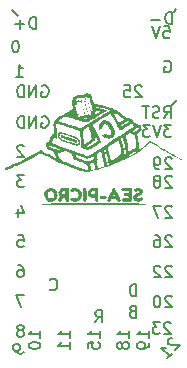
<source format=gbr>
%TF.GenerationSoftware,KiCad,Pcbnew,6.0.3-a3aad9c10e~116~ubuntu20.04.1*%
%TF.CreationDate,2022-03-24T21:59:22+11:00*%
%TF.ProjectId,sea-picro,7365612d-7069-4637-926f-2e6b69636164,0.2*%
%TF.SameCoordinates,Original*%
%TF.FileFunction,Legend,Bot*%
%TF.FilePolarity,Positive*%
%FSLAX46Y46*%
G04 Gerber Fmt 4.6, Leading zero omitted, Abs format (unit mm)*
G04 Created by KiCad (PCBNEW 6.0.3-a3aad9c10e~116~ubuntu20.04.1) date 2022-03-24 21:59:22*
%MOMM*%
%LPD*%
G01*
G04 APERTURE LIST*
%ADD10C,0.150000*%
G04 APERTURE END LIST*
D10*
X133200000Y-84400000D02*
X132800000Y-84800000D01*
X119750000Y-77250000D02*
X119250000Y-76750000D01*
X133150000Y-76700000D02*
X132950000Y-76900000D01*
X132661904Y-103297619D02*
X132614285Y-103250000D01*
X132519047Y-103202380D01*
X132280952Y-103202380D01*
X132185714Y-103250000D01*
X132138095Y-103297619D01*
X132090476Y-103392857D01*
X132090476Y-103488095D01*
X132138095Y-103630952D01*
X132709523Y-104202380D01*
X132090476Y-104202380D01*
X131757142Y-103202380D02*
X131138095Y-103202380D01*
X131471428Y-103583333D01*
X131328571Y-103583333D01*
X131233333Y-103630952D01*
X131185714Y-103678571D01*
X131138095Y-103773809D01*
X131138095Y-104011904D01*
X131185714Y-104107142D01*
X131233333Y-104154761D01*
X131328571Y-104202380D01*
X131614285Y-104202380D01*
X131709523Y-104154761D01*
X131757142Y-104107142D01*
X132818866Y-104541370D02*
X132751522Y-104541370D01*
X132650507Y-104575042D01*
X132482148Y-104743400D01*
X132448477Y-104844416D01*
X132448477Y-104911759D01*
X132482148Y-105012774D01*
X132549492Y-105080118D01*
X132684179Y-105147461D01*
X133492301Y-105147461D01*
X133054568Y-105585194D01*
X132381133Y-106258629D02*
X132785194Y-105854568D01*
X132583164Y-106056599D02*
X131876057Y-105349492D01*
X132044416Y-105383164D01*
X132179103Y-105383164D01*
X132280118Y-105349492D01*
X121761904Y-85800000D02*
X121857142Y-85752380D01*
X122000000Y-85752380D01*
X122142857Y-85800000D01*
X122238095Y-85895238D01*
X122285714Y-85990476D01*
X122333333Y-86180952D01*
X122333333Y-86323809D01*
X122285714Y-86514285D01*
X122238095Y-86609523D01*
X122142857Y-86704761D01*
X122000000Y-86752380D01*
X121904761Y-86752380D01*
X121761904Y-86704761D01*
X121714285Y-86657142D01*
X121714285Y-86323809D01*
X121904761Y-86323809D01*
X121285714Y-86752380D02*
X121285714Y-85752380D01*
X120714285Y-86752380D01*
X120714285Y-85752380D01*
X120238095Y-86752380D02*
X120238095Y-85752380D01*
X120000000Y-85752380D01*
X119857142Y-85800000D01*
X119761904Y-85895238D01*
X119714285Y-85990476D01*
X119666666Y-86180952D01*
X119666666Y-86323809D01*
X119714285Y-86514285D01*
X119761904Y-86609523D01*
X119857142Y-86704761D01*
X120000000Y-86752380D01*
X120238095Y-86752380D01*
X132766666Y-93447619D02*
X132719047Y-93400000D01*
X132623809Y-93352380D01*
X132385714Y-93352380D01*
X132290476Y-93400000D01*
X132242857Y-93447619D01*
X132195238Y-93542857D01*
X132195238Y-93638095D01*
X132242857Y-93780952D01*
X132814285Y-94352380D01*
X132195238Y-94352380D01*
X131861904Y-93352380D02*
X131195238Y-93352380D01*
X131623809Y-94352380D01*
X126290476Y-103202380D02*
X126623809Y-102726190D01*
X126861904Y-103202380D02*
X126861904Y-102202380D01*
X126480952Y-102202380D01*
X126385714Y-102250000D01*
X126338095Y-102297619D01*
X126290476Y-102392857D01*
X126290476Y-102535714D01*
X126338095Y-102630952D01*
X126385714Y-102678571D01*
X126480952Y-102726190D01*
X126861904Y-102726190D01*
X126652380Y-104509523D02*
X126652380Y-103938095D01*
X126652380Y-104223809D02*
X125652380Y-104223809D01*
X125795238Y-104128571D01*
X125890476Y-104033333D01*
X125938095Y-103938095D01*
X125652380Y-105414285D02*
X125652380Y-104938095D01*
X126128571Y-104890476D01*
X126080952Y-104938095D01*
X126033333Y-105033333D01*
X126033333Y-105271428D01*
X126080952Y-105366666D01*
X126128571Y-105414285D01*
X126223809Y-105461904D01*
X126461904Y-105461904D01*
X126557142Y-105414285D01*
X126604761Y-105366666D01*
X126652380Y-105271428D01*
X126652380Y-105033333D01*
X126604761Y-104938095D01*
X126557142Y-104890476D01*
X132138095Y-81100000D02*
X132233333Y-81052380D01*
X132376190Y-81052380D01*
X132519047Y-81100000D01*
X132614285Y-81195238D01*
X132661904Y-81290476D01*
X132709523Y-81480952D01*
X132709523Y-81623809D01*
X132661904Y-81814285D01*
X132614285Y-81909523D01*
X132519047Y-82004761D01*
X132376190Y-82052380D01*
X132280952Y-82052380D01*
X132138095Y-82004761D01*
X132090476Y-81957142D01*
X132090476Y-81623809D01*
X132280952Y-81623809D01*
X119759523Y-93619046D02*
X119759523Y-94285712D01*
X119997619Y-93238093D02*
X120235714Y-93952379D01*
X119616666Y-93952379D01*
X120283333Y-100910710D02*
X119616666Y-100910710D01*
X120045238Y-101910710D01*
X120254568Y-105685194D02*
X120119881Y-105819881D01*
X120018866Y-105853553D01*
X119951522Y-105853553D01*
X119783164Y-105819881D01*
X119614805Y-105718866D01*
X119345431Y-105449492D01*
X119311759Y-105348477D01*
X119311759Y-105281133D01*
X119345431Y-105180118D01*
X119480118Y-105045431D01*
X119581133Y-105011759D01*
X119648477Y-105011759D01*
X119749492Y-105045431D01*
X119917851Y-105213790D01*
X119951522Y-105314805D01*
X119951522Y-105382148D01*
X119917851Y-105483164D01*
X119783164Y-105617851D01*
X119682148Y-105651522D01*
X119614805Y-105651522D01*
X119513790Y-105617851D01*
X119564285Y-82402380D02*
X120135714Y-82402380D01*
X119850000Y-82402380D02*
X119850000Y-81402380D01*
X119945238Y-81545238D01*
X120040476Y-81640476D01*
X120135714Y-81688095D01*
X121652380Y-104509523D02*
X121652380Y-103938095D01*
X121652380Y-104223809D02*
X120652380Y-104223809D01*
X120795238Y-104128571D01*
X120890476Y-104033333D01*
X120938095Y-103938095D01*
X120652380Y-105128571D02*
X120652380Y-105223809D01*
X120700000Y-105319047D01*
X120747619Y-105366666D01*
X120842857Y-105414285D01*
X121033333Y-105461904D01*
X121271428Y-105461904D01*
X121461904Y-105414285D01*
X121557142Y-105366666D01*
X121604761Y-105319047D01*
X121652380Y-105223809D01*
X121652380Y-105128571D01*
X121604761Y-105033333D01*
X121557142Y-104985714D01*
X121461904Y-104938095D01*
X121271428Y-104890476D01*
X121033333Y-104890476D01*
X120842857Y-104938095D01*
X120747619Y-104985714D01*
X120700000Y-105033333D01*
X120652380Y-105128571D01*
X129761904Y-101002380D02*
X129761904Y-100002380D01*
X129523809Y-100002380D01*
X129380952Y-100050000D01*
X129285714Y-100145238D01*
X129238095Y-100240476D01*
X129190476Y-100430952D01*
X129190476Y-100573809D01*
X129238095Y-100764285D01*
X129285714Y-100859523D01*
X129380952Y-100954761D01*
X129523809Y-101002380D01*
X129761904Y-101002380D01*
X120283333Y-90752380D02*
X119664285Y-90752380D01*
X119997619Y-91133333D01*
X119854761Y-91133333D01*
X119759523Y-91180952D01*
X119711904Y-91228571D01*
X119664285Y-91323809D01*
X119664285Y-91561904D01*
X119711904Y-91657142D01*
X119759523Y-91704761D01*
X119854761Y-91752380D01*
X120140476Y-91752380D01*
X120235714Y-91704761D01*
X120283333Y-91657142D01*
X129428571Y-102278571D02*
X129285714Y-102326190D01*
X129238095Y-102373809D01*
X129190476Y-102469047D01*
X129190476Y-102611904D01*
X129238095Y-102707142D01*
X129285714Y-102754761D01*
X129380952Y-102802380D01*
X129761904Y-102802380D01*
X129761904Y-101802380D01*
X129428571Y-101802380D01*
X129333333Y-101850000D01*
X129285714Y-101897619D01*
X129238095Y-101992857D01*
X129238095Y-102088095D01*
X129285714Y-102183333D01*
X129333333Y-102230952D01*
X129428571Y-102278571D01*
X129761904Y-102278571D01*
X121280952Y-78352380D02*
X121280952Y-77352380D01*
X121042857Y-77352380D01*
X120900000Y-77400000D01*
X120804761Y-77495238D01*
X120757142Y-77590476D01*
X120709523Y-77780952D01*
X120709523Y-77923809D01*
X120757142Y-78114285D01*
X120804761Y-78209523D01*
X120900000Y-78304761D01*
X121042857Y-78352380D01*
X121280952Y-78352380D01*
X120280952Y-77971428D02*
X119519047Y-77971428D01*
X119900000Y-78352380D02*
X119900000Y-77590476D01*
X132766666Y-90897619D02*
X132719047Y-90850000D01*
X132623809Y-90802380D01*
X132385714Y-90802380D01*
X132290476Y-90850000D01*
X132242857Y-90897619D01*
X132195238Y-90992857D01*
X132195238Y-91088095D01*
X132242857Y-91230952D01*
X132814285Y-91802380D01*
X132195238Y-91802380D01*
X131623809Y-91230952D02*
X131719047Y-91183333D01*
X131766666Y-91135714D01*
X131814285Y-91040476D01*
X131814285Y-90992857D01*
X131766666Y-90897619D01*
X131719047Y-90850000D01*
X131623809Y-90802380D01*
X131433333Y-90802380D01*
X131338095Y-90850000D01*
X131290476Y-90897619D01*
X131242857Y-90992857D01*
X131242857Y-91040476D01*
X131290476Y-91135714D01*
X131338095Y-91183333D01*
X131433333Y-91230952D01*
X131623809Y-91230952D01*
X131719047Y-91278571D01*
X131766666Y-91326190D01*
X131814285Y-91421428D01*
X131814285Y-91611904D01*
X131766666Y-91707142D01*
X131719047Y-91754761D01*
X131623809Y-91802380D01*
X131433333Y-91802380D01*
X131338095Y-91754761D01*
X131290476Y-91707142D01*
X131242857Y-91611904D01*
X131242857Y-91421428D01*
X131290476Y-91326190D01*
X131338095Y-91278571D01*
X131433333Y-91230952D01*
X130852380Y-104509523D02*
X130852380Y-103938095D01*
X130852380Y-104223809D02*
X129852380Y-104223809D01*
X129995238Y-104128571D01*
X130090476Y-104033333D01*
X130138095Y-103938095D01*
X130852380Y-104985714D02*
X130852380Y-105176190D01*
X130804761Y-105271428D01*
X130757142Y-105319047D01*
X130614285Y-105414285D01*
X130423809Y-105461904D01*
X130042857Y-105461904D01*
X129947619Y-105414285D01*
X129900000Y-105366666D01*
X129852380Y-105271428D01*
X129852380Y-105080952D01*
X129900000Y-104985714D01*
X129947619Y-104938095D01*
X130042857Y-104890476D01*
X130280952Y-104890476D01*
X130376190Y-104938095D01*
X130423809Y-104985714D01*
X130471428Y-105080952D01*
X130471428Y-105271428D01*
X130423809Y-105366666D01*
X130376190Y-105414285D01*
X130280952Y-105461904D01*
X132097619Y-85902380D02*
X132430952Y-85426190D01*
X132669047Y-85902380D02*
X132669047Y-84902380D01*
X132288095Y-84902380D01*
X132192857Y-84950000D01*
X132145238Y-84997619D01*
X132097619Y-85092857D01*
X132097619Y-85235714D01*
X132145238Y-85330952D01*
X132192857Y-85378571D01*
X132288095Y-85426190D01*
X132669047Y-85426190D01*
X131716666Y-85854761D02*
X131573809Y-85902380D01*
X131335714Y-85902380D01*
X131240476Y-85854761D01*
X131192857Y-85807142D01*
X131145238Y-85711904D01*
X131145238Y-85616666D01*
X131192857Y-85521428D01*
X131240476Y-85473809D01*
X131335714Y-85426190D01*
X131526190Y-85378571D01*
X131621428Y-85330952D01*
X131669047Y-85283333D01*
X131716666Y-85188095D01*
X131716666Y-85092857D01*
X131669047Y-84997619D01*
X131621428Y-84950000D01*
X131526190Y-84902380D01*
X131288095Y-84902380D01*
X131145238Y-84950000D01*
X130859523Y-84902380D02*
X130288095Y-84902380D01*
X130573809Y-85902380D02*
X130573809Y-84902380D01*
X132761904Y-89347619D02*
X132714285Y-89300000D01*
X132619047Y-89252380D01*
X132380952Y-89252380D01*
X132285714Y-89300000D01*
X132238095Y-89347619D01*
X132190476Y-89442857D01*
X132190476Y-89538095D01*
X132238095Y-89680952D01*
X132809523Y-90252380D01*
X132190476Y-90252380D01*
X131714285Y-90252380D02*
X131523809Y-90252380D01*
X131428571Y-90204761D01*
X131380952Y-90157142D01*
X131285714Y-90014285D01*
X131238095Y-89823809D01*
X131238095Y-89442857D01*
X131285714Y-89347619D01*
X131333333Y-89300000D01*
X131428571Y-89252380D01*
X131619047Y-89252380D01*
X131714285Y-89300000D01*
X131761904Y-89347619D01*
X131809523Y-89442857D01*
X131809523Y-89680952D01*
X131761904Y-89776190D01*
X131714285Y-89823809D01*
X131619047Y-89871428D01*
X131428571Y-89871428D01*
X131333333Y-89823809D01*
X131285714Y-89776190D01*
X131238095Y-89680952D01*
X121761904Y-83200000D02*
X121857142Y-83152380D01*
X122000000Y-83152380D01*
X122142857Y-83200000D01*
X122238095Y-83295238D01*
X122285714Y-83390476D01*
X122333333Y-83580952D01*
X122333333Y-83723809D01*
X122285714Y-83914285D01*
X122238095Y-84009523D01*
X122142857Y-84104761D01*
X122000000Y-84152380D01*
X121904761Y-84152380D01*
X121761904Y-84104761D01*
X121714285Y-84057142D01*
X121714285Y-83723809D01*
X121904761Y-83723809D01*
X121285714Y-84152380D02*
X121285714Y-83152380D01*
X120714285Y-84152380D01*
X120714285Y-83152380D01*
X120238095Y-84152380D02*
X120238095Y-83152380D01*
X120000000Y-83152380D01*
X119857142Y-83200000D01*
X119761904Y-83295238D01*
X119714285Y-83390476D01*
X119666666Y-83580952D01*
X119666666Y-83723809D01*
X119714285Y-83914285D01*
X119761904Y-84009523D01*
X119857142Y-84104761D01*
X120000000Y-84152380D01*
X120238095Y-84152380D01*
X122440476Y-100407142D02*
X122488095Y-100454761D01*
X122630952Y-100502380D01*
X122726190Y-100502380D01*
X122869047Y-100454761D01*
X122964285Y-100359523D01*
X123011904Y-100264285D01*
X123059523Y-100073809D01*
X123059523Y-99930952D01*
X123011904Y-99740476D01*
X122964285Y-99645238D01*
X122869047Y-99550000D01*
X122726190Y-99502380D01*
X122630952Y-99502380D01*
X122488095Y-99550000D01*
X122440476Y-99597619D01*
X124152380Y-104509523D02*
X124152380Y-103938095D01*
X124152380Y-104223809D02*
X123152380Y-104223809D01*
X123295238Y-104128571D01*
X123390476Y-104033333D01*
X123438095Y-103938095D01*
X124152380Y-105461904D02*
X124152380Y-104890476D01*
X124152380Y-105176190D02*
X123152380Y-105176190D01*
X123295238Y-105080952D01*
X123390476Y-104985714D01*
X123438095Y-104890476D01*
X132090476Y-78152380D02*
X132566666Y-78152380D01*
X132614285Y-78628571D01*
X132566666Y-78580952D01*
X132471428Y-78533333D01*
X132233333Y-78533333D01*
X132138095Y-78580952D01*
X132090476Y-78628571D01*
X132042857Y-78723809D01*
X132042857Y-78961904D01*
X132090476Y-79057142D01*
X132138095Y-79104761D01*
X132233333Y-79152380D01*
X132471428Y-79152380D01*
X132566666Y-79104761D01*
X132614285Y-79057142D01*
X131757142Y-78152380D02*
X131423809Y-79152380D01*
X131090476Y-78152380D01*
X132766666Y-95947619D02*
X132719047Y-95900000D01*
X132623809Y-95852380D01*
X132385714Y-95852380D01*
X132290476Y-95900000D01*
X132242857Y-95947619D01*
X132195238Y-96042857D01*
X132195238Y-96138095D01*
X132242857Y-96280952D01*
X132814285Y-96852380D01*
X132195238Y-96852380D01*
X131338095Y-95852380D02*
X131528571Y-95852380D01*
X131623809Y-95900000D01*
X131671428Y-95947619D01*
X131766666Y-96090476D01*
X131814285Y-96280952D01*
X131814285Y-96661904D01*
X131766666Y-96757142D01*
X131719047Y-96804761D01*
X131623809Y-96852380D01*
X131433333Y-96852380D01*
X131338095Y-96804761D01*
X131290476Y-96757142D01*
X131242857Y-96661904D01*
X131242857Y-96423809D01*
X131290476Y-96328571D01*
X131338095Y-96280952D01*
X131433333Y-96233333D01*
X131623809Y-96233333D01*
X131719047Y-96280952D01*
X131766666Y-96328571D01*
X131814285Y-96423809D01*
X119711904Y-95827378D02*
X120188095Y-95827378D01*
X120235714Y-96303569D01*
X120188095Y-96255950D01*
X120092857Y-96208331D01*
X119854761Y-96208331D01*
X119759523Y-96255950D01*
X119711904Y-96303569D01*
X119664285Y-96398807D01*
X119664285Y-96636902D01*
X119711904Y-96732140D01*
X119759523Y-96779759D01*
X119854761Y-96827378D01*
X120092857Y-96827378D01*
X120188095Y-96779759D01*
X120235714Y-96732140D01*
X120045238Y-103880952D02*
X120140476Y-103833333D01*
X120188095Y-103785714D01*
X120235714Y-103690476D01*
X120235714Y-103642857D01*
X120188095Y-103547619D01*
X120140476Y-103500000D01*
X120045238Y-103452380D01*
X119854761Y-103452380D01*
X119759523Y-103500000D01*
X119711904Y-103547619D01*
X119664285Y-103642857D01*
X119664285Y-103690476D01*
X119711904Y-103785714D01*
X119759523Y-103833333D01*
X119854761Y-103880952D01*
X120045238Y-103880952D01*
X120140476Y-103928571D01*
X120188095Y-103976190D01*
X120235714Y-104071428D01*
X120235714Y-104261904D01*
X120188095Y-104357142D01*
X120140476Y-104404761D01*
X120045238Y-104452380D01*
X119854761Y-104452380D01*
X119759523Y-104404761D01*
X119711904Y-104357142D01*
X119664285Y-104261904D01*
X119664285Y-104071428D01*
X119711904Y-103976190D01*
X119759523Y-103928571D01*
X119854761Y-103880952D01*
X132780952Y-77952380D02*
X132780952Y-76952380D01*
X132542857Y-76952380D01*
X132400000Y-77000000D01*
X132304761Y-77095238D01*
X132257142Y-77190476D01*
X132209523Y-77380952D01*
X132209523Y-77523809D01*
X132257142Y-77714285D01*
X132304761Y-77809523D01*
X132400000Y-77904761D01*
X132542857Y-77952380D01*
X132780952Y-77952380D01*
X131780952Y-77571428D02*
X131019047Y-77571428D01*
X119597619Y-79352380D02*
X119502380Y-79352380D01*
X119407142Y-79400000D01*
X119359523Y-79447619D01*
X119311904Y-79542857D01*
X119264285Y-79733333D01*
X119264285Y-79971428D01*
X119311904Y-80161904D01*
X119359523Y-80257142D01*
X119407142Y-80304761D01*
X119502380Y-80352380D01*
X119597619Y-80352380D01*
X119692857Y-80304761D01*
X119740476Y-80257142D01*
X119788095Y-80161904D01*
X119835714Y-79971428D01*
X119835714Y-79733333D01*
X119788095Y-79542857D01*
X119740476Y-79447619D01*
X119692857Y-79400000D01*
X119597619Y-79352380D01*
X120235714Y-88297619D02*
X120188095Y-88250000D01*
X120092857Y-88202380D01*
X119854761Y-88202380D01*
X119759523Y-88250000D01*
X119711904Y-88297619D01*
X119664285Y-88392857D01*
X119664285Y-88488095D01*
X119711904Y-88630952D01*
X120283333Y-89202380D01*
X119664285Y-89202380D01*
X129152380Y-104509523D02*
X129152380Y-103938095D01*
X129152380Y-104223809D02*
X128152380Y-104223809D01*
X128295238Y-104128571D01*
X128390476Y-104033333D01*
X128438095Y-103938095D01*
X128580952Y-105080952D02*
X128533333Y-104985714D01*
X128485714Y-104938095D01*
X128390476Y-104890476D01*
X128342857Y-104890476D01*
X128247619Y-104938095D01*
X128200000Y-104985714D01*
X128152380Y-105080952D01*
X128152380Y-105271428D01*
X128200000Y-105366666D01*
X128247619Y-105414285D01*
X128342857Y-105461904D01*
X128390476Y-105461904D01*
X128485714Y-105414285D01*
X128533333Y-105366666D01*
X128580952Y-105271428D01*
X128580952Y-105080952D01*
X128628571Y-104985714D01*
X128676190Y-104938095D01*
X128771428Y-104890476D01*
X128961904Y-104890476D01*
X129057142Y-104938095D01*
X129104761Y-104985714D01*
X129152380Y-105080952D01*
X129152380Y-105271428D01*
X129104761Y-105366666D01*
X129057142Y-105414285D01*
X128961904Y-105461904D01*
X128771428Y-105461904D01*
X128676190Y-105414285D01*
X128628571Y-105366666D01*
X128580952Y-105271428D01*
X132761904Y-101047619D02*
X132714285Y-101000000D01*
X132619047Y-100952380D01*
X132380952Y-100952380D01*
X132285714Y-101000000D01*
X132238095Y-101047619D01*
X132190476Y-101142857D01*
X132190476Y-101238095D01*
X132238095Y-101380952D01*
X132809523Y-101952380D01*
X132190476Y-101952380D01*
X131571428Y-100952380D02*
X131476190Y-100952380D01*
X131380952Y-101000000D01*
X131333333Y-101047619D01*
X131285714Y-101142857D01*
X131238095Y-101333333D01*
X131238095Y-101571428D01*
X131285714Y-101761904D01*
X131333333Y-101857142D01*
X131380952Y-101904761D01*
X131476190Y-101952380D01*
X131571428Y-101952380D01*
X131666666Y-101904761D01*
X131714285Y-101857142D01*
X131761904Y-101761904D01*
X131809523Y-101571428D01*
X131809523Y-101333333D01*
X131761904Y-101142857D01*
X131714285Y-101047619D01*
X131666666Y-101000000D01*
X131571428Y-100952380D01*
X132761904Y-98497619D02*
X132714285Y-98450000D01*
X132619047Y-98402380D01*
X132380952Y-98402380D01*
X132285714Y-98450000D01*
X132238095Y-98497619D01*
X132190476Y-98592857D01*
X132190476Y-98688095D01*
X132238095Y-98830952D01*
X132809523Y-99402380D01*
X132190476Y-99402380D01*
X131809523Y-98497619D02*
X131761904Y-98450000D01*
X131666666Y-98402380D01*
X131428571Y-98402380D01*
X131333333Y-98450000D01*
X131285714Y-98497619D01*
X131238095Y-98592857D01*
X131238095Y-98688095D01*
X131285714Y-98830952D01*
X131857142Y-99402380D01*
X131238095Y-99402380D01*
X130211904Y-83247619D02*
X130164285Y-83200000D01*
X130069047Y-83152380D01*
X129830952Y-83152380D01*
X129735714Y-83200000D01*
X129688095Y-83247619D01*
X129640476Y-83342857D01*
X129640476Y-83438095D01*
X129688095Y-83580952D01*
X130259523Y-84152380D01*
X129640476Y-84152380D01*
X128735714Y-83152380D02*
X129211904Y-83152380D01*
X129259523Y-83628571D01*
X129211904Y-83580952D01*
X129116666Y-83533333D01*
X128878571Y-83533333D01*
X128783333Y-83580952D01*
X128735714Y-83628571D01*
X128688095Y-83723809D01*
X128688095Y-83961904D01*
X128735714Y-84057142D01*
X128783333Y-84104761D01*
X128878571Y-84152380D01*
X129116666Y-84152380D01*
X129211904Y-84104761D01*
X129259523Y-84057142D01*
X119759523Y-98369044D02*
X119950000Y-98369044D01*
X120045238Y-98416664D01*
X120092857Y-98464283D01*
X120188095Y-98607140D01*
X120235714Y-98797616D01*
X120235714Y-99178568D01*
X120188095Y-99273806D01*
X120140476Y-99321425D01*
X120045238Y-99369044D01*
X119854761Y-99369044D01*
X119759523Y-99321425D01*
X119711904Y-99273806D01*
X119664285Y-99178568D01*
X119664285Y-98940473D01*
X119711904Y-98845235D01*
X119759523Y-98797616D01*
X119854761Y-98749997D01*
X120045238Y-98749997D01*
X120140476Y-98797616D01*
X120188095Y-98845235D01*
X120235714Y-98940473D01*
X132738095Y-86502380D02*
X132119047Y-86502380D01*
X132452380Y-86883333D01*
X132309523Y-86883333D01*
X132214285Y-86930952D01*
X132166666Y-86978571D01*
X132119047Y-87073809D01*
X132119047Y-87311904D01*
X132166666Y-87407142D01*
X132214285Y-87454761D01*
X132309523Y-87502380D01*
X132595238Y-87502380D01*
X132690476Y-87454761D01*
X132738095Y-87407142D01*
X131833333Y-86502380D02*
X131500000Y-87502380D01*
X131166666Y-86502380D01*
X130928571Y-86502380D02*
X130309523Y-86502380D01*
X130642857Y-86883333D01*
X130500000Y-86883333D01*
X130404761Y-86930952D01*
X130357142Y-86978571D01*
X130309523Y-87073809D01*
X130309523Y-87311904D01*
X130357142Y-87407142D01*
X130404761Y-87454761D01*
X130500000Y-87502380D01*
X130785714Y-87502380D01*
X130880952Y-87454761D01*
X130928571Y-87407142D01*
%TO.C,LOGO2*%
G36*
X126551518Y-92598082D02*
G01*
X126546593Y-92739426D01*
X126538784Y-92856021D01*
X126528106Y-92936631D01*
X126514574Y-92970021D01*
X126471777Y-92980145D01*
X126398553Y-92987090D01*
X126393386Y-92987169D01*
X126317834Y-92963800D01*
X126273195Y-92892512D01*
X126258526Y-92771854D01*
X126257656Y-92723662D01*
X126245757Y-92684163D01*
X126207051Y-92669598D01*
X126125678Y-92667511D01*
X126026930Y-92659343D01*
X125878328Y-92609265D01*
X125763716Y-92519027D01*
X125689934Y-92394912D01*
X125663820Y-92243202D01*
X125936636Y-92243202D01*
X125942434Y-92282720D01*
X125971751Y-92339769D01*
X125983214Y-92347849D01*
X126046468Y-92367161D01*
X126132696Y-92374885D01*
X126258526Y-92374885D01*
X126258526Y-92111520D01*
X126132696Y-92111520D01*
X126127192Y-92111541D01*
X126017867Y-92125684D01*
X125956079Y-92168408D01*
X125936636Y-92243202D01*
X125663820Y-92243202D01*
X125663840Y-92238011D01*
X125687107Y-92085030D01*
X125754981Y-91967415D01*
X125868525Y-91884378D01*
X126028802Y-91835134D01*
X126236876Y-91818894D01*
X126368151Y-91822944D01*
X126466487Y-91835043D01*
X126516037Y-91854009D01*
X126519688Y-91859509D01*
X126532374Y-91913391D01*
X126542088Y-92009939D01*
X126548845Y-92137918D01*
X126552659Y-92286093D01*
X126553160Y-92374885D01*
X126553545Y-92443226D01*
X126551518Y-92598082D01*
G37*
G36*
X129079514Y-91819759D02*
G01*
X129236272Y-91825562D01*
X129337177Y-91836936D01*
X129383779Y-91854009D01*
X129387430Y-91859509D01*
X129400116Y-91913391D01*
X129409830Y-92009939D01*
X129416587Y-92137918D01*
X129420401Y-92286093D01*
X129421287Y-92443226D01*
X129419260Y-92598082D01*
X129414335Y-92739426D01*
X129406526Y-92856021D01*
X129395848Y-92936631D01*
X129382316Y-92970021D01*
X129379428Y-92970912D01*
X129329834Y-92976551D01*
X129235859Y-92981460D01*
X129109776Y-92985140D01*
X128963860Y-92987090D01*
X128921560Y-92987294D01*
X128761067Y-92985983D01*
X128648739Y-92978903D01*
X128576108Y-92963236D01*
X128534711Y-92936161D01*
X128516080Y-92894859D01*
X128511751Y-92836510D01*
X128518092Y-92791700D01*
X128551477Y-92746048D01*
X128620257Y-92716842D01*
X128731949Y-92701333D01*
X128894071Y-92696774D01*
X128989966Y-92696355D01*
X129067582Y-92692608D01*
X129108178Y-92681754D01*
X129123743Y-92660017D01*
X129126268Y-92623617D01*
X129125965Y-92605599D01*
X129118423Y-92574486D01*
X129090908Y-92558031D01*
X129030570Y-92551577D01*
X128924560Y-92550461D01*
X128864001Y-92549848D01*
X128769306Y-92541433D01*
X128716029Y-92516734D01*
X128692569Y-92467730D01*
X128687327Y-92386398D01*
X128692424Y-92353184D01*
X128738267Y-92299452D01*
X128833876Y-92268049D01*
X128981859Y-92257834D01*
X129037655Y-92257201D01*
X129096921Y-92249939D01*
X129121440Y-92228307D01*
X129126268Y-92184677D01*
X129126267Y-92184144D01*
X129123929Y-92149016D01*
X129109237Y-92127558D01*
X129070649Y-92116402D01*
X128996621Y-92112179D01*
X128875611Y-92111520D01*
X128750385Y-92109081D01*
X128633670Y-92097014D01*
X128560465Y-92071945D01*
X128522562Y-92030681D01*
X128511751Y-91970030D01*
X128511894Y-91956617D01*
X128518651Y-91902810D01*
X128541674Y-91865096D01*
X128589407Y-91840662D01*
X128670297Y-91826692D01*
X128792787Y-91820374D01*
X128965323Y-91818894D01*
X129079514Y-91819759D01*
G37*
G36*
X128280080Y-85386039D02*
G01*
X128429325Y-85487301D01*
X128583559Y-85594153D01*
X128758248Y-85714435D01*
X128904703Y-85809779D01*
X129019845Y-85877148D01*
X129111111Y-85920878D01*
X129185939Y-85945305D01*
X129189796Y-85946217D01*
X129291216Y-85977668D01*
X129373393Y-86024376D01*
X129373729Y-86024567D01*
X129453274Y-86098726D01*
X129522760Y-86183768D01*
X129545794Y-86211959D01*
X129630245Y-86297623D01*
X129788761Y-86393427D01*
X129993777Y-86463529D01*
X130068332Y-86487899D01*
X130121630Y-86531299D01*
X130160943Y-86608876D01*
X130162037Y-86611035D01*
X130167754Y-86626265D01*
X130197052Y-86741119D01*
X130201272Y-86781468D01*
X130208986Y-86855223D01*
X130208581Y-86890072D01*
X130201254Y-86946872D01*
X130176559Y-86991780D01*
X130124083Y-87039624D01*
X130033410Y-87105232D01*
X130024085Y-87111843D01*
X129939972Y-87178395D01*
X129880433Y-87237743D01*
X129857839Y-87277733D01*
X129857938Y-87281647D01*
X129864466Y-87339470D01*
X129879200Y-87433896D01*
X129899304Y-87546544D01*
X129917610Y-87659146D01*
X129938277Y-87813199D01*
X129958215Y-87985361D01*
X129974883Y-88155175D01*
X129982763Y-88247262D01*
X129992626Y-88381694D01*
X129993323Y-88402477D01*
X129995749Y-88474838D01*
X129991810Y-88537728D01*
X129980490Y-88581399D01*
X129961467Y-88616886D01*
X129942123Y-88649374D01*
X129945373Y-88659744D01*
X129982260Y-88638996D01*
X130059284Y-88585010D01*
X130090343Y-88562261D01*
X130213652Y-88465906D01*
X130350862Y-88351437D01*
X130489906Y-88229603D01*
X130618721Y-88111155D01*
X130725239Y-88006841D01*
X130797395Y-87927411D01*
X130833449Y-87884725D01*
X130885908Y-87830934D01*
X130917311Y-87809908D01*
X130938678Y-87818849D01*
X131001072Y-87854749D01*
X131091996Y-87911756D01*
X131200223Y-87983000D01*
X131285432Y-88039174D01*
X131458216Y-88149153D01*
X131664888Y-88277200D01*
X131894764Y-88416938D01*
X132137157Y-88561992D01*
X132381383Y-88705986D01*
X132616756Y-88842543D01*
X132832591Y-88965286D01*
X133018203Y-89067840D01*
X133054385Y-89087423D01*
X133245189Y-89190946D01*
X133391325Y-89271055D01*
X133498719Y-89331402D01*
X133573297Y-89375636D01*
X133620986Y-89407410D01*
X133647712Y-89430375D01*
X133659402Y-89448182D01*
X133661982Y-89464482D01*
X133660376Y-89483356D01*
X133646516Y-89507143D01*
X133618749Y-89499190D01*
X133541704Y-89464452D01*
X133424760Y-89405200D01*
X133273772Y-89324788D01*
X133094594Y-89226568D01*
X132893082Y-89113894D01*
X132675092Y-88990117D01*
X132446478Y-88858592D01*
X132213096Y-88722671D01*
X131980802Y-88585708D01*
X131755450Y-88451055D01*
X131542896Y-88322064D01*
X131348995Y-88202090D01*
X131179603Y-88094486D01*
X130935818Y-87936919D01*
X130696599Y-88173356D01*
X130467828Y-88385591D01*
X130076515Y-88696176D01*
X130054490Y-88713657D01*
X129968703Y-88770620D01*
X129587098Y-89024007D01*
X129066893Y-89316066D01*
X128495119Y-89589258D01*
X127873017Y-89843007D01*
X127732643Y-89891890D01*
X127426225Y-89998595D01*
X127201829Y-90076737D01*
X126619290Y-90249413D01*
X126482798Y-90289872D01*
X126308923Y-90333467D01*
X125717166Y-90481836D01*
X125626534Y-90496364D01*
X125513684Y-90496336D01*
X125382651Y-90476153D01*
X125221981Y-90433943D01*
X125020220Y-90367830D01*
X124889112Y-90321828D01*
X124318315Y-90112477D01*
X123772583Y-89897518D01*
X123258478Y-89679814D01*
X122782561Y-89462223D01*
X122351396Y-89247607D01*
X121971544Y-89038826D01*
X121890124Y-88992232D01*
X121789444Y-88937101D01*
X121715046Y-88899388D01*
X121678917Y-88885378D01*
X121664424Y-88890478D01*
X121605521Y-88920522D01*
X121511433Y-88972997D01*
X121391387Y-89042704D01*
X121254609Y-89124445D01*
X120979827Y-89284617D01*
X120668347Y-89455523D01*
X120342752Y-89625221D01*
X120023553Y-89783022D01*
X119731262Y-89918238D01*
X119729033Y-89919224D01*
X119629908Y-89961689D01*
X119502753Y-90014261D01*
X119357845Y-90072905D01*
X119205458Y-90133590D01*
X119055867Y-90192284D01*
X118919347Y-90244954D01*
X118806173Y-90287568D01*
X118726619Y-90316093D01*
X118690961Y-90326497D01*
X118688738Y-90324370D01*
X118682146Y-90285912D01*
X118679493Y-90214439D01*
X118679493Y-90102381D01*
X119081855Y-89946841D01*
X119357273Y-89836490D01*
X119898421Y-89598306D01*
X120432810Y-89336098D01*
X120943195Y-89058542D01*
X121412333Y-88774314D01*
X121672476Y-88607057D01*
X121936714Y-88768036D01*
X121964450Y-88784695D01*
X122072034Y-88846668D01*
X122203989Y-88919843D01*
X122350862Y-88999287D01*
X122503200Y-89080067D01*
X122651552Y-89157250D01*
X122786465Y-89225902D01*
X122898486Y-89281091D01*
X122978163Y-89317882D01*
X123016044Y-89331344D01*
X123017085Y-89314810D01*
X122998853Y-89257268D01*
X122964600Y-89170513D01*
X122919983Y-89067167D01*
X122870662Y-88959850D01*
X122835007Y-88887116D01*
X123113318Y-88887116D01*
X123114473Y-88920515D01*
X123135500Y-88983849D01*
X123177356Y-89085114D01*
X123241000Y-89232306D01*
X123352088Y-89488774D01*
X123656747Y-89616539D01*
X123805616Y-89677621D01*
X123986984Y-89749992D01*
X124177494Y-89824421D01*
X124354204Y-89891852D01*
X124425852Y-89918584D01*
X124613715Y-89987593D01*
X124826281Y-90064542D01*
X125042484Y-90141832D01*
X125241262Y-90211865D01*
X125400630Y-90266849D01*
X125537779Y-90312091D01*
X125632049Y-90339762D01*
X125689802Y-90351473D01*
X125717403Y-90348838D01*
X125721213Y-90333467D01*
X125720437Y-90330664D01*
X125704878Y-90264787D01*
X125687684Y-90180184D01*
X125656179Y-90030724D01*
X125624610Y-89926310D01*
X125589808Y-89860805D01*
X125547912Y-89824385D01*
X125513530Y-89808553D01*
X125504064Y-89804596D01*
X125870531Y-89804596D01*
X125887666Y-89941181D01*
X125891460Y-89968304D01*
X125914353Y-90088424D01*
X125942666Y-90196880D01*
X125980530Y-90315996D01*
X126112212Y-90282705D01*
X126243894Y-90249413D01*
X126237403Y-90009577D01*
X126236416Y-89980774D01*
X126228207Y-89863319D01*
X126215227Y-89767444D01*
X126199807Y-89711621D01*
X126198263Y-89708742D01*
X126178300Y-89678764D01*
X126152031Y-89671173D01*
X126104216Y-89687444D01*
X126019617Y-89729049D01*
X125870531Y-89804596D01*
X125504064Y-89804596D01*
X125429329Y-89773354D01*
X125309054Y-89724947D01*
X125163085Y-89667498D01*
X125001799Y-89605173D01*
X124871418Y-89554029D01*
X124724125Y-89493105D01*
X124601724Y-89438967D01*
X124514230Y-89396077D01*
X124471657Y-89368901D01*
X124448130Y-89331134D01*
X124415588Y-89246409D01*
X124389583Y-89143626D01*
X124380934Y-89108513D01*
X124619816Y-89108513D01*
X124627459Y-89156984D01*
X124656394Y-89206956D01*
X124682689Y-89220851D01*
X124757553Y-89253601D01*
X124869805Y-89299593D01*
X125009682Y-89354845D01*
X125167423Y-89415378D01*
X125291848Y-89461565D01*
X125441207Y-89514514D01*
X125567459Y-89556472D01*
X125660139Y-89583995D01*
X125708783Y-89593637D01*
X125759975Y-89584557D01*
X125844117Y-89551633D01*
X126398163Y-89551633D01*
X126400973Y-89604029D01*
X126422360Y-89693489D01*
X126435799Y-89749261D01*
X126462158Y-89883543D01*
X126481105Y-90011924D01*
X126491906Y-90082373D01*
X126511633Y-90152151D01*
X126532985Y-90177215D01*
X126563186Y-90171101D01*
X126636664Y-90151598D01*
X126733886Y-90123540D01*
X126838834Y-90091796D01*
X126935487Y-90061238D01*
X127007825Y-90036733D01*
X127039829Y-90023151D01*
X127044742Y-89998595D01*
X127039714Y-89924142D01*
X127023668Y-89811404D01*
X126998863Y-89670784D01*
X126967559Y-89512686D01*
X126932015Y-89347511D01*
X126894491Y-89185663D01*
X126857245Y-89037545D01*
X126822536Y-88913560D01*
X126792624Y-88824110D01*
X126769767Y-88779598D01*
X126761246Y-88776966D01*
X126713305Y-88790143D01*
X126641313Y-88824553D01*
X126562072Y-88870723D01*
X126492381Y-88919180D01*
X126449039Y-88960450D01*
X126446212Y-88964535D01*
X126427944Y-89008442D01*
X126429648Y-89068995D01*
X126451557Y-89165289D01*
X126479136Y-89282429D01*
X126479221Y-89283225D01*
X126489616Y-89380456D01*
X126475964Y-89447614D01*
X126437662Y-89496253D01*
X126415398Y-89517396D01*
X126398163Y-89551633D01*
X125844117Y-89551633D01*
X125863203Y-89544165D01*
X125985648Y-89478259D01*
X126112212Y-89394300D01*
X126139321Y-89374476D01*
X126197297Y-89332304D01*
X126225462Y-89312166D01*
X126232522Y-89283225D01*
X126216839Y-89229738D01*
X126187498Y-89178727D01*
X126155976Y-89155991D01*
X126114073Y-89167143D01*
X126035984Y-89199632D01*
X125941387Y-89245983D01*
X125880709Y-89276150D01*
X125709690Y-89338874D01*
X125565731Y-89353308D01*
X125445110Y-89320006D01*
X125384848Y-89292894D01*
X125286198Y-89253495D01*
X125164057Y-89207426D01*
X125031436Y-89159322D01*
X124901348Y-89113813D01*
X124786804Y-89075533D01*
X124700815Y-89049115D01*
X124656394Y-89039191D01*
X124632884Y-89055410D01*
X124619816Y-89108513D01*
X124380934Y-89108513D01*
X124360756Y-89026601D01*
X124313954Y-88931422D01*
X124243669Y-88871066D01*
X124139650Y-88832785D01*
X124086171Y-88818072D01*
X123971993Y-88782780D01*
X123857362Y-88743681D01*
X123800097Y-88724264D01*
X123708204Y-88704781D01*
X123626818Y-88712374D01*
X123537351Y-88750389D01*
X123421217Y-88822169D01*
X123362409Y-88857686D01*
X123282479Y-88885866D01*
X123199185Y-88883438D01*
X123166786Y-88878135D01*
X123131075Y-88875655D01*
X123113318Y-88887116D01*
X122835007Y-88887116D01*
X122822295Y-88861183D01*
X122780539Y-88783786D01*
X122751053Y-88740280D01*
X122714129Y-88714754D01*
X122631545Y-88677825D01*
X122530382Y-88645614D01*
X122452746Y-88623186D01*
X122356627Y-88589035D01*
X122293339Y-88558735D01*
X122254328Y-88524694D01*
X122188488Y-88426588D01*
X122137452Y-88297924D01*
X122135982Y-88290505D01*
X122371774Y-88290505D01*
X122411577Y-88326551D01*
X122496931Y-88371475D01*
X122631526Y-88427255D01*
X122819051Y-88495868D01*
X122855652Y-88508658D01*
X122995345Y-88555948D01*
X123115299Y-88594245D01*
X123203755Y-88619900D01*
X123248949Y-88629262D01*
X123278717Y-88626853D01*
X123314046Y-88605355D01*
X123300184Y-88570457D01*
X123238334Y-88533067D01*
X123146607Y-88497101D01*
X123014179Y-88448738D01*
X122870922Y-88399311D01*
X122727811Y-88352314D01*
X122595825Y-88311244D01*
X122485942Y-88279597D01*
X122409137Y-88260869D01*
X122376390Y-88258556D01*
X122373834Y-88261359D01*
X122371774Y-88290505D01*
X122135982Y-88290505D01*
X122109499Y-88156804D01*
X122107886Y-88139351D01*
X122105542Y-88061832D01*
X122119825Y-88021789D01*
X122154702Y-88002632D01*
X122612085Y-88002632D01*
X122619074Y-88044834D01*
X122621304Y-88046411D01*
X122664303Y-88065367D01*
X122755322Y-88100578D01*
X122888172Y-88149802D01*
X123056666Y-88210794D01*
X123254618Y-88281310D01*
X123475838Y-88359108D01*
X123714141Y-88441942D01*
X123944190Y-88521726D01*
X124183737Y-88605355D01*
X124204610Y-88612642D01*
X124457457Y-88701499D01*
X124693173Y-88784914D01*
X124902201Y-88859503D01*
X125074981Y-88921881D01*
X125201957Y-88968666D01*
X125282583Y-88998779D01*
X125419705Y-89049277D01*
X125531710Y-89089595D01*
X125608729Y-89116206D01*
X125640897Y-89125582D01*
X125654378Y-89123573D01*
X125679242Y-89115859D01*
X125713878Y-89100819D01*
X125761088Y-89076691D01*
X125823676Y-89041716D01*
X125904445Y-88994133D01*
X126006199Y-88932181D01*
X126131741Y-88854099D01*
X126283875Y-88758128D01*
X126465403Y-88642506D01*
X126508879Y-88614631D01*
X126989714Y-88614631D01*
X127077019Y-88935354D01*
X127116444Y-89085196D01*
X127204633Y-89466918D01*
X127268960Y-89821716D01*
X127278842Y-89881194D01*
X127296169Y-89929724D01*
X127328419Y-89938116D01*
X127389147Y-89917132D01*
X127451681Y-89891890D01*
X127429907Y-89770507D01*
X127797004Y-89770507D01*
X127798934Y-89770120D01*
X127837327Y-89749623D01*
X127914832Y-89701570D01*
X128023663Y-89630997D01*
X128156036Y-89542938D01*
X128304168Y-89442430D01*
X128437627Y-89350402D01*
X128585944Y-89244382D01*
X128695244Y-89158288D01*
X128727945Y-89126900D01*
X129097005Y-89126900D01*
X129098454Y-89160624D01*
X129104829Y-89185253D01*
X129117704Y-89179582D01*
X129171793Y-89149570D01*
X129257032Y-89099845D01*
X129361982Y-89037332D01*
X129475203Y-88968956D01*
X129585255Y-88901644D01*
X129680697Y-88842318D01*
X129750091Y-88797906D01*
X129781996Y-88775331D01*
X129785912Y-88770620D01*
X129773057Y-88752437D01*
X129703761Y-88746313D01*
X129690370Y-88747066D01*
X129608604Y-88768726D01*
X129574308Y-88783831D01*
X129504821Y-88814435D01*
X129391633Y-88876285D01*
X129281647Y-88946365D01*
X129187474Y-89016768D01*
X129121724Y-89079582D01*
X129097005Y-89126900D01*
X128727945Y-89126900D01*
X128771408Y-89085181D01*
X128820317Y-89018121D01*
X128847852Y-88950169D01*
X128859894Y-88874386D01*
X128862324Y-88783831D01*
X128861066Y-88727680D01*
X128840499Y-88498698D01*
X128795629Y-88226191D01*
X128727552Y-87917207D01*
X128719319Y-87883916D01*
X128678062Y-87734566D01*
X128640929Y-87637495D01*
X128604673Y-87587882D01*
X128566045Y-87580905D01*
X128521800Y-87611742D01*
X128519225Y-87614389D01*
X128502933Y-87639960D01*
X128498504Y-87677873D01*
X128507416Y-87738983D01*
X128531148Y-87834144D01*
X128571179Y-87974211D01*
X128582654Y-88014935D01*
X128622333Y-88181061D01*
X128656713Y-88362847D01*
X128684390Y-88548199D01*
X128703961Y-88725026D01*
X128707053Y-88773049D01*
X128714020Y-88881236D01*
X128713165Y-89004736D01*
X128699989Y-89083435D01*
X128694310Y-89094052D01*
X128643163Y-89148807D01*
X128545251Y-89230091D01*
X128403497Y-89335590D01*
X128220821Y-89462990D01*
X128214148Y-89467533D01*
X128075116Y-89563194D01*
X127956956Y-89646350D01*
X127866596Y-89711974D01*
X127810969Y-89755035D01*
X127797004Y-89770507D01*
X127429907Y-89770507D01*
X127396687Y-89585314D01*
X127378406Y-89489111D01*
X127345765Y-89332988D01*
X127307976Y-89165054D01*
X127267883Y-88996827D01*
X127228329Y-88839825D01*
X127192160Y-88705567D01*
X127162220Y-88605571D01*
X127141354Y-88551355D01*
X127130128Y-88534742D01*
X127102540Y-88528211D01*
X127053673Y-88561800D01*
X126989714Y-88614631D01*
X126508879Y-88614631D01*
X126679130Y-88505473D01*
X126850397Y-88395161D01*
X127356350Y-88395161D01*
X127358876Y-88433174D01*
X127374982Y-88518845D01*
X127402698Y-88641758D01*
X127439815Y-88792140D01*
X127484122Y-88960216D01*
X127528572Y-89120493D01*
X127571671Y-89269190D01*
X127608550Y-89389594D01*
X127636314Y-89472271D01*
X127652071Y-89507785D01*
X127659701Y-89509374D01*
X127709483Y-89490875D01*
X127797604Y-89442675D01*
X127917744Y-89368400D01*
X128063585Y-89271676D01*
X128094881Y-89250321D01*
X128243120Y-89147227D01*
X128349669Y-89065680D01*
X128420582Y-88996584D01*
X128461918Y-88930844D01*
X128479732Y-88859364D01*
X128480081Y-88773049D01*
X128469021Y-88662803D01*
X128458207Y-88592040D01*
X128433502Y-88464681D01*
X128400591Y-88315503D01*
X128363609Y-88164076D01*
X128330858Y-88036227D01*
X128303217Y-87926769D01*
X128284521Y-87850937D01*
X128277650Y-87820240D01*
X128269882Y-87815350D01*
X128223597Y-87830069D01*
X128143388Y-87869322D01*
X128038220Y-87927514D01*
X127917060Y-87999050D01*
X127788874Y-88078334D01*
X127662627Y-88159772D01*
X127547285Y-88237769D01*
X127451814Y-88306729D01*
X127385181Y-88361058D01*
X127356350Y-88395161D01*
X126850397Y-88395161D01*
X126927859Y-88345268D01*
X127214393Y-88160131D01*
X127541535Y-87948301D01*
X127912090Y-87708018D01*
X128328860Y-87437521D01*
X128342718Y-87428517D01*
X128870130Y-87428517D01*
X128870177Y-87472829D01*
X128881748Y-87540488D01*
X128905446Y-87639868D01*
X128941869Y-87779343D01*
X128991618Y-87967289D01*
X129027515Y-88122672D01*
X129057070Y-88304032D01*
X129067742Y-88455045D01*
X129070017Y-88557955D01*
X129076420Y-88648212D01*
X129085504Y-88700026D01*
X129096955Y-88723062D01*
X129122083Y-88745141D01*
X129154998Y-88733409D01*
X129828572Y-88733409D01*
X129828857Y-88737500D01*
X129845796Y-88743944D01*
X129875260Y-88712529D01*
X129882380Y-88696176D01*
X129862356Y-88699625D01*
X129849356Y-88708658D01*
X129828572Y-88733409D01*
X129154998Y-88733409D01*
X129163053Y-88730538D01*
X129239227Y-88689921D01*
X129333023Y-88632351D01*
X129428863Y-88566880D01*
X129533821Y-88507133D01*
X129657386Y-88482949D01*
X129669171Y-88482916D01*
X129736401Y-88477625D01*
X129764001Y-88454840D01*
X129768683Y-88402477D01*
X129765166Y-88329310D01*
X129754864Y-88208452D01*
X129739445Y-88064243D01*
X129720485Y-87908335D01*
X129699562Y-87752382D01*
X129678252Y-87608039D01*
X129658132Y-87486959D01*
X129640781Y-87400797D01*
X129627774Y-87361205D01*
X129612382Y-87347813D01*
X129547189Y-87313265D01*
X129459853Y-87282358D01*
X129421565Y-87270408D01*
X129336385Y-87235186D01*
X129281867Y-87200497D01*
X129247548Y-87174739D01*
X129207202Y-87176523D01*
X129139878Y-87208526D01*
X129127845Y-87215200D01*
X129035382Y-87274263D01*
X128946708Y-87340900D01*
X128933136Y-87351919D01*
X128902210Y-87376436D01*
X128881008Y-87399178D01*
X128870130Y-87428517D01*
X128342718Y-87428517D01*
X128387401Y-87399485D01*
X128625519Y-87244159D01*
X128846957Y-87098750D01*
X128978992Y-87011406D01*
X129507332Y-87011406D01*
X129512101Y-87040976D01*
X129542704Y-87066407D01*
X129598047Y-87073283D01*
X129677865Y-87045932D01*
X129792019Y-86982286D01*
X129853734Y-86940746D01*
X129939253Y-86858565D01*
X129970292Y-86781468D01*
X129945307Y-86712177D01*
X129941718Y-86708054D01*
X129894038Y-86675693D01*
X129848733Y-86671066D01*
X129828572Y-86697111D01*
X129827863Y-86700249D01*
X129799506Y-86736073D01*
X129738032Y-86794512D01*
X129654831Y-86864585D01*
X129609296Y-86901789D01*
X129537824Y-86967367D01*
X129507332Y-87011406D01*
X128978992Y-87011406D01*
X129047070Y-86966371D01*
X129221214Y-86850134D01*
X129364744Y-86753154D01*
X129473017Y-86678542D01*
X129541386Y-86629412D01*
X129565208Y-86608876D01*
X129546881Y-86570997D01*
X129501467Y-86511480D01*
X129444359Y-86447691D01*
X129390951Y-86396814D01*
X129356637Y-86376037D01*
X129329644Y-86388832D01*
X129261047Y-86429611D01*
X129159757Y-86493315D01*
X129034041Y-86574735D01*
X128892166Y-86668663D01*
X128764883Y-86752219D01*
X128632199Y-86835752D01*
X128520940Y-86901969D01*
X128440035Y-86945578D01*
X128398409Y-86961290D01*
X128389547Y-86959486D01*
X128361921Y-86938022D01*
X128323685Y-86888407D01*
X128271875Y-86805728D01*
X128203526Y-86685074D01*
X128158265Y-86600822D01*
X128423963Y-86600822D01*
X128428353Y-86623911D01*
X128450145Y-86634948D01*
X128495582Y-86622285D01*
X128570583Y-86583239D01*
X128681066Y-86515124D01*
X128832950Y-86415253D01*
X128867203Y-86392304D01*
X128991141Y-86307445D01*
X129072027Y-86247601D01*
X129115298Y-86207975D01*
X129126393Y-86183768D01*
X129110750Y-86170182D01*
X129089740Y-86162447D01*
X129066487Y-86157629D01*
X129039090Y-86162686D01*
X128998609Y-86182093D01*
X128936106Y-86220323D01*
X128842640Y-86281852D01*
X128709274Y-86371154D01*
X128602164Y-86445730D01*
X128509631Y-86515951D01*
X128446997Y-86570252D01*
X128423963Y-86600822D01*
X128158265Y-86600822D01*
X128115671Y-86521534D01*
X128005348Y-86310196D01*
X127933743Y-86172398D01*
X127843685Y-86000863D01*
X127763481Y-85850080D01*
X127697341Y-85727883D01*
X127649473Y-85642103D01*
X127624086Y-85600576D01*
X127591732Y-85564608D01*
X127556485Y-85559595D01*
X127497035Y-85588315D01*
X127452240Y-85613488D01*
X127286366Y-85708032D01*
X127107643Y-85811628D01*
X126923127Y-85920016D01*
X126739874Y-86028932D01*
X126564943Y-86134116D01*
X126405388Y-86231306D01*
X126268269Y-86316240D01*
X126160640Y-86384657D01*
X126089559Y-86432294D01*
X126062083Y-86454891D01*
X126070385Y-86486329D01*
X126103659Y-86562654D01*
X126158639Y-86676161D01*
X126231753Y-86819695D01*
X126319433Y-86986104D01*
X126418109Y-87168236D01*
X126491837Y-87303866D01*
X126589686Y-87488671D01*
X126670402Y-87647187D01*
X126730978Y-87773299D01*
X126751985Y-87822457D01*
X126768410Y-87860893D01*
X126779692Y-87903855D01*
X126763439Y-87930362D01*
X126703175Y-87986567D01*
X126607119Y-88060901D01*
X126484264Y-88147697D01*
X126343605Y-88241291D01*
X126194134Y-88336019D01*
X126044845Y-88426216D01*
X125904732Y-88506217D01*
X125782787Y-88570358D01*
X125688005Y-88612974D01*
X125629378Y-88628400D01*
X125619057Y-88627318D01*
X125554894Y-88608110D01*
X125460168Y-88569857D01*
X125351383Y-88519052D01*
X125131913Y-88409792D01*
X125124487Y-88329320D01*
X125528788Y-88329320D01*
X125544647Y-88362911D01*
X125602729Y-88365669D01*
X125700465Y-88333458D01*
X125834838Y-88267303D01*
X126002830Y-88168229D01*
X126131697Y-88086177D01*
X126251909Y-88007300D01*
X126349110Y-87941140D01*
X126409870Y-87896654D01*
X126501984Y-87822457D01*
X126322245Y-87486977D01*
X126306829Y-87458312D01*
X126242447Y-87341125D01*
X126190226Y-87250107D01*
X126155188Y-87193803D01*
X126142354Y-87180760D01*
X126144304Y-87194717D01*
X126158398Y-87257426D01*
X126183139Y-87354988D01*
X126214995Y-87473181D01*
X126231703Y-87534474D01*
X126260490Y-87645005D01*
X126270800Y-87688161D01*
X126280371Y-87728224D01*
X126287788Y-87769643D01*
X126280765Y-87780569D01*
X126234123Y-87821398D01*
X126150987Y-87883714D01*
X126039850Y-87961276D01*
X125909203Y-88047845D01*
X125837048Y-88095169D01*
X125715514Y-88178139D01*
X125617924Y-88249040D01*
X125552830Y-88301544D01*
X125528788Y-88329320D01*
X125124487Y-88329320D01*
X125068842Y-87726353D01*
X125057523Y-87607651D01*
X125038446Y-87423673D01*
X125020002Y-87264065D01*
X125003264Y-87137314D01*
X124995484Y-87089718D01*
X125254090Y-87089718D01*
X125254378Y-87208142D01*
X125265621Y-87366285D01*
X125285574Y-87573371D01*
X125300945Y-87715293D01*
X125319722Y-87863491D01*
X125337813Y-87982053D01*
X125353738Y-88061425D01*
X125366014Y-88092052D01*
X125368473Y-88092307D01*
X125409905Y-88076597D01*
X125485573Y-88035771D01*
X125583647Y-87977415D01*
X125692294Y-87909112D01*
X125799682Y-87838451D01*
X125893982Y-87773015D01*
X125963359Y-87720390D01*
X125995985Y-87688161D01*
X125995685Y-87661617D01*
X125983075Y-87587090D01*
X125959666Y-87477171D01*
X125928340Y-87343387D01*
X125891978Y-87197262D01*
X125853464Y-87050323D01*
X125815680Y-86914095D01*
X125781509Y-86800103D01*
X125753831Y-86719873D01*
X125746608Y-86704179D01*
X125716770Y-86675813D01*
X125668054Y-86677941D01*
X125591508Y-86712570D01*
X125478179Y-86781709D01*
X125407368Y-86828718D01*
X125341395Y-86880511D01*
X125295354Y-86935126D01*
X125267000Y-87001787D01*
X125254090Y-87089718D01*
X124995484Y-87089718D01*
X124989303Y-87051908D01*
X124979190Y-87016332D01*
X124973099Y-87012438D01*
X124921290Y-86990792D01*
X124824855Y-86955798D01*
X124691500Y-86909902D01*
X124528929Y-86855550D01*
X124344847Y-86795189D01*
X124146960Y-86731266D01*
X123942971Y-86666226D01*
X123740588Y-86602517D01*
X123547513Y-86542584D01*
X123371453Y-86488874D01*
X123220112Y-86443834D01*
X123101195Y-86409910D01*
X123022408Y-86389549D01*
X122991455Y-86385196D01*
X122989994Y-86389354D01*
X122988759Y-86438171D01*
X122992930Y-86533717D01*
X123001929Y-86667109D01*
X123015181Y-86829466D01*
X123032109Y-87011906D01*
X123032470Y-87015593D01*
X123050790Y-87216845D01*
X123063615Y-87387575D01*
X123070584Y-87520884D01*
X123071334Y-87609875D01*
X123065502Y-87647652D01*
X123062761Y-87650136D01*
X123009747Y-87659406D01*
X122915113Y-87642439D01*
X122847972Y-87627116D01*
X122787975Y-87626320D01*
X122746215Y-87649695D01*
X122727116Y-87672339D01*
X122688588Y-87742839D01*
X122652681Y-87833487D01*
X122625234Y-87926133D01*
X122612085Y-88002632D01*
X122154702Y-88002632D01*
X122155909Y-88001969D01*
X122265135Y-87943588D01*
X122371714Y-87830018D01*
X122467780Y-87662167D01*
X122554648Y-87438178D01*
X122565578Y-87406870D01*
X122612564Y-87311404D01*
X122661893Y-87267699D01*
X122710977Y-87238421D01*
X122764962Y-87179791D01*
X122773613Y-87165543D01*
X122788677Y-87128004D01*
X122796040Y-87076589D01*
X122795927Y-87000235D01*
X122788564Y-86887877D01*
X122774178Y-86728454D01*
X122764658Y-86624546D01*
X122754607Y-86467683D01*
X122757308Y-86338619D01*
X122777606Y-86230404D01*
X122816647Y-86144251D01*
X123156682Y-86144251D01*
X123173576Y-86156893D01*
X123236282Y-86184131D01*
X123334465Y-86219909D01*
X123456625Y-86259799D01*
X123578394Y-86297996D01*
X123743167Y-86350255D01*
X123934039Y-86411197D01*
X124136085Y-86476056D01*
X124334381Y-86540067D01*
X124374329Y-86552937D01*
X124550662Y-86608142D01*
X124710398Y-86655668D01*
X124843814Y-86692785D01*
X124941186Y-86716765D01*
X124992791Y-86724878D01*
X125068291Y-86716547D01*
X125148808Y-86692654D01*
X125244693Y-86648342D01*
X125366462Y-86578754D01*
X125524626Y-86479028D01*
X125537889Y-86470491D01*
X125644176Y-86403851D01*
X125790051Y-86314482D01*
X125966064Y-86208073D01*
X126162762Y-86090312D01*
X126370696Y-85966890D01*
X126580415Y-85843494D01*
X126650531Y-85802427D01*
X126844747Y-85688575D01*
X127024135Y-85583280D01*
X127181558Y-85490740D01*
X127255847Y-85446980D01*
X127844049Y-85446980D01*
X127860862Y-85500038D01*
X127898439Y-85584925D01*
X127959281Y-85708114D01*
X128045890Y-85876077D01*
X128083153Y-85947098D01*
X128154681Y-86080697D01*
X128216300Y-86192280D01*
X128262421Y-86271822D01*
X128287453Y-86309297D01*
X128309727Y-86319637D01*
X128353920Y-86309096D01*
X128425647Y-86269738D01*
X128533845Y-86197508D01*
X128576566Y-86167266D01*
X128663260Y-86102118D01*
X128723366Y-86051485D01*
X128745853Y-86024376D01*
X128745283Y-86022674D01*
X128715791Y-85994588D01*
X128648328Y-85941705D01*
X128552263Y-85870560D01*
X128436965Y-85787692D01*
X128311802Y-85699637D01*
X128186142Y-85612933D01*
X128069354Y-85534117D01*
X127970808Y-85469726D01*
X127899870Y-85426297D01*
X127865911Y-85410368D01*
X127862711Y-85410465D01*
X127845499Y-85419280D01*
X127844049Y-85446980D01*
X127255847Y-85446980D01*
X127309876Y-85415154D01*
X127401952Y-85360720D01*
X127450648Y-85331636D01*
X127545420Y-85273875D01*
X126923920Y-85103308D01*
X126846687Y-85082086D01*
X126669427Y-85033169D01*
X126513543Y-84989865D01*
X126387806Y-84954628D01*
X126300984Y-84929908D01*
X126261848Y-84918159D01*
X126241094Y-84915537D01*
X126234313Y-84942683D01*
X126253537Y-84957229D01*
X126323558Y-84986692D01*
X126437572Y-85025467D01*
X126588204Y-85071089D01*
X126768082Y-85121094D01*
X126929055Y-85164655D01*
X127075353Y-85205237D01*
X127192505Y-85238795D01*
X127271359Y-85262705D01*
X127302764Y-85274346D01*
X127302025Y-85277369D01*
X127269467Y-85304175D01*
X127197551Y-85352622D01*
X127190565Y-85357008D01*
X127094994Y-85417010D01*
X126970510Y-85491639D01*
X126807863Y-85587069D01*
X126543526Y-85741692D01*
X126304417Y-85880949D01*
X126144401Y-85973649D01*
X126094723Y-86002428D01*
X125918630Y-86103715D01*
X125780322Y-86182397D01*
X125683987Y-86236060D01*
X125633809Y-86262292D01*
X125611777Y-86268357D01*
X125566460Y-86269031D01*
X125497181Y-86259929D01*
X125397500Y-86239707D01*
X125260982Y-86207019D01*
X125081188Y-86160519D01*
X124851681Y-86098864D01*
X124742608Y-86069196D01*
X124494085Y-86001166D01*
X124299677Y-85947119D01*
X125337635Y-85947119D01*
X125338845Y-85968694D01*
X125390858Y-85993942D01*
X125436739Y-86008555D01*
X125519108Y-86021687D01*
X125586213Y-86018232D01*
X125627283Y-86001212D01*
X125631545Y-85973649D01*
X125588227Y-85938565D01*
X125538996Y-85919441D01*
X125438279Y-85910387D01*
X125352374Y-85935864D01*
X125337635Y-85947119D01*
X124299677Y-85947119D01*
X124295156Y-85945862D01*
X124140747Y-85901725D01*
X124025787Y-85867198D01*
X123945203Y-85840723D01*
X123893924Y-85820743D01*
X123866875Y-85805700D01*
X123858986Y-85794037D01*
X123879909Y-85774042D01*
X123942311Y-85730984D01*
X123943507Y-85730232D01*
X124457619Y-85730232D01*
X124485279Y-85749433D01*
X124546955Y-85768739D01*
X124578543Y-85773637D01*
X124608492Y-85764762D01*
X124602278Y-85721023D01*
X124589137Y-85681825D01*
X124574793Y-85649415D01*
X124553547Y-85647975D01*
X124509294Y-85670049D01*
X124469030Y-85703184D01*
X124457619Y-85730232D01*
X123943507Y-85730232D01*
X124036215Y-85671949D01*
X124151540Y-85603505D01*
X124258778Y-85540049D01*
X124359886Y-85477123D01*
X124432036Y-85428649D01*
X124464200Y-85401746D01*
X124461376Y-85395014D01*
X124422950Y-85408103D01*
X124354538Y-85444020D01*
X124346635Y-85448566D01*
X124273645Y-85490238D01*
X124161487Y-85553961D01*
X124020233Y-85634025D01*
X123859956Y-85724720D01*
X123690726Y-85820338D01*
X123640087Y-85849029D01*
X123486052Y-85937613D01*
X123353198Y-86015975D01*
X123249020Y-86079566D01*
X123181016Y-86123841D01*
X123156682Y-86144251D01*
X122816647Y-86144251D01*
X122820345Y-86136091D01*
X122890370Y-86048734D01*
X122992526Y-85961383D01*
X123131658Y-85867091D01*
X123312610Y-85758911D01*
X123540228Y-85629895D01*
X123556046Y-85621017D01*
X123780253Y-85495029D01*
X123959093Y-85394069D01*
X124097977Y-85314868D01*
X124202315Y-85254161D01*
X124277514Y-85208682D01*
X124328986Y-85175165D01*
X124362140Y-85150343D01*
X124382385Y-85130950D01*
X124395131Y-85113720D01*
X124402401Y-85095321D01*
X124403489Y-85035754D01*
X124385751Y-84938562D01*
X124347934Y-84795306D01*
X124311264Y-84655289D01*
X124309759Y-84646073D01*
X124546894Y-84646073D01*
X124557571Y-84681106D01*
X124580915Y-84765006D01*
X124613768Y-84886675D01*
X124653447Y-85036175D01*
X124697272Y-85203568D01*
X124737025Y-85354134D01*
X124778808Y-85507397D01*
X124814841Y-85634363D01*
X124842237Y-85724890D01*
X124856639Y-85764762D01*
X124858111Y-85768836D01*
X124860394Y-85772821D01*
X124898968Y-85806494D01*
X124947585Y-85820184D01*
X124985324Y-85812079D01*
X124991266Y-85780366D01*
X124981159Y-85747458D01*
X124958005Y-85665559D01*
X124925010Y-85545711D01*
X124884893Y-85397795D01*
X124840370Y-85231691D01*
X124801189Y-85084928D01*
X124760297Y-84932292D01*
X124726236Y-84805731D01*
X124701741Y-84715409D01*
X124689549Y-84671486D01*
X124674362Y-84644396D01*
X124625160Y-84617761D01*
X124623850Y-84617687D01*
X124609507Y-84609343D01*
X124620115Y-84604651D01*
X124714833Y-84604651D01*
X124721705Y-84644661D01*
X124741358Y-84730832D01*
X124771685Y-84854526D01*
X124810577Y-85007102D01*
X124855928Y-85179920D01*
X124863758Y-85209319D01*
X124910324Y-85382072D01*
X124952462Y-85535018D01*
X124987570Y-85658954D01*
X125013049Y-85744680D01*
X125026300Y-85782992D01*
X125028742Y-85786657D01*
X125059984Y-85795662D01*
X125124263Y-85778160D01*
X125229971Y-85732052D01*
X125277163Y-85709143D01*
X125357506Y-85663704D01*
X125394979Y-85627567D01*
X125398335Y-85593530D01*
X125398243Y-85593225D01*
X125385622Y-85548789D01*
X125360409Y-85457845D01*
X125325301Y-85330194D01*
X125282993Y-85175637D01*
X125236180Y-85003977D01*
X125233439Y-84993911D01*
X125187379Y-84826462D01*
X125146222Y-84679825D01*
X125112538Y-84562928D01*
X125088899Y-84484698D01*
X125077872Y-84454062D01*
X125050184Y-84459361D01*
X124986101Y-84481896D01*
X124903150Y-84514670D01*
X124818738Y-84550537D01*
X124750274Y-84582350D01*
X124715163Y-84602963D01*
X124714833Y-84604651D01*
X124620115Y-84604651D01*
X124649079Y-84591840D01*
X124693579Y-84575395D01*
X124783045Y-84537793D01*
X124883180Y-84492222D01*
X124899986Y-84484317D01*
X124973782Y-84453455D01*
X125128035Y-84453455D01*
X125129802Y-84469604D01*
X125144131Y-84533873D01*
X125170108Y-84638176D01*
X125205347Y-84773014D01*
X125247461Y-84928888D01*
X125274460Y-85027440D01*
X125318835Y-85189782D01*
X125358166Y-85334109D01*
X125388966Y-85447617D01*
X125407748Y-85517498D01*
X125413587Y-85538720D01*
X125435870Y-85593530D01*
X125441779Y-85608065D01*
X125487782Y-85649806D01*
X125571279Y-85683982D01*
X125615264Y-85697792D01*
X125678045Y-85711871D01*
X125702840Y-85708535D01*
X125702456Y-85705548D01*
X125692127Y-85660506D01*
X125669385Y-85569744D01*
X125636484Y-85442023D01*
X125595675Y-85286108D01*
X125549211Y-85110760D01*
X125398998Y-84547120D01*
X125438301Y-84547120D01*
X125438599Y-84550629D01*
X125448639Y-84598142D01*
X125471231Y-84691189D01*
X125504118Y-84820837D01*
X125545042Y-84978153D01*
X125591745Y-85154203D01*
X125603833Y-85199192D01*
X125650204Y-85368612D01*
X125691569Y-85514928D01*
X125725471Y-85629762D01*
X125749454Y-85704737D01*
X125751103Y-85708535D01*
X125761060Y-85731475D01*
X125765304Y-85731142D01*
X125820945Y-85711817D01*
X125887200Y-85673286D01*
X125942655Y-85629768D01*
X125965899Y-85595478D01*
X125961284Y-85572542D01*
X125953032Y-85540528D01*
X126220426Y-85540528D01*
X126220467Y-85595478D01*
X126220469Y-85598453D01*
X126225006Y-85604929D01*
X126249774Y-85614294D01*
X126296252Y-85602021D01*
X126373598Y-85564749D01*
X126490966Y-85499114D01*
X126737531Y-85357008D01*
X126620800Y-85325575D01*
X126581405Y-85315021D01*
X126460240Y-85284346D01*
X126382971Y-85270338D01*
X126339849Y-85273126D01*
X126325069Y-85288688D01*
X126321126Y-85292839D01*
X126317051Y-85329608D01*
X126299613Y-85402920D01*
X126256793Y-85479081D01*
X126220426Y-85540528D01*
X125953032Y-85540528D01*
X125942840Y-85500984D01*
X125913097Y-85391946D01*
X125875055Y-85255857D01*
X125831712Y-85103145D01*
X125786069Y-84944241D01*
X125741125Y-84789573D01*
X125699880Y-84649570D01*
X125665333Y-84534660D01*
X125640485Y-84455274D01*
X125628334Y-84421839D01*
X125614074Y-84421575D01*
X125567855Y-84443504D01*
X125509764Y-84480564D01*
X125459885Y-84519516D01*
X125438301Y-84547120D01*
X125398998Y-84547120D01*
X125395277Y-84533157D01*
X125265948Y-84489014D01*
X125224737Y-84475537D01*
X125158132Y-84456939D01*
X125128035Y-84453455D01*
X124973782Y-84453455D01*
X125010823Y-84437964D01*
X125096485Y-84419908D01*
X125179145Y-84428462D01*
X125280977Y-84461937D01*
X125309128Y-84472482D01*
X125379644Y-84492421D01*
X125434032Y-84487648D01*
X125501050Y-84457597D01*
X125599365Y-84406757D01*
X125504059Y-84361620D01*
X125490276Y-84354714D01*
X125435569Y-84316941D01*
X125418390Y-84285489D01*
X125419867Y-84283654D01*
X125439171Y-84283654D01*
X125442753Y-84288901D01*
X125481604Y-84315961D01*
X125549415Y-84353440D01*
X125556113Y-84356864D01*
X125594874Y-84378532D01*
X125625652Y-84404097D01*
X125652508Y-84442273D01*
X125679501Y-84501776D01*
X125710693Y-84591320D01*
X125750143Y-84719621D01*
X125801912Y-84895394D01*
X125841346Y-85027471D01*
X125885390Y-85168576D01*
X125922545Y-85280599D01*
X125949781Y-85354467D01*
X125964070Y-85381106D01*
X125987899Y-85372615D01*
X126038771Y-85341038D01*
X126047967Y-85333878D01*
X126062679Y-85316112D01*
X126069468Y-85288688D01*
X126067070Y-85243810D01*
X126054220Y-85173682D01*
X126029656Y-85070508D01*
X125992113Y-84926491D01*
X125940328Y-84733838D01*
X125931714Y-84702060D01*
X125884277Y-84530658D01*
X125841003Y-84380045D01*
X125804576Y-84259174D01*
X125777680Y-84176996D01*
X125763000Y-84142462D01*
X125742488Y-84140941D01*
X125682983Y-84157386D01*
X125604266Y-84188004D01*
X125524969Y-84224671D01*
X125463726Y-84259262D01*
X125439171Y-84283654D01*
X125419867Y-84283654D01*
X125432068Y-84268498D01*
X125486144Y-84228032D01*
X125565196Y-84181336D01*
X125618013Y-84151469D01*
X125678758Y-84111124D01*
X125702450Y-84086232D01*
X125679526Y-84064547D01*
X125616019Y-84070404D01*
X125521594Y-84101840D01*
X125405917Y-84156562D01*
X125367508Y-84176918D01*
X125285557Y-84216489D01*
X125224385Y-84232875D01*
X125161481Y-84229759D01*
X125074333Y-84210826D01*
X124970113Y-84190348D01*
X124894747Y-84189887D01*
X124826372Y-84209887D01*
X124777974Y-84232061D01*
X124743001Y-84262259D01*
X124763670Y-84290743D01*
X124840833Y-84324224D01*
X124896823Y-84349260D01*
X124919547Y-84377681D01*
X124908259Y-84395569D01*
X124897988Y-84411845D01*
X124828681Y-84456798D01*
X124708166Y-84517588D01*
X124609697Y-84569459D01*
X124555617Y-84611853D01*
X124546894Y-84646073D01*
X124309759Y-84646073D01*
X124293485Y-84546403D01*
X124299687Y-84473796D01*
X124330812Y-84428150D01*
X124387800Y-84400144D01*
X124422991Y-84380626D01*
X124431600Y-84336919D01*
X124430704Y-84334583D01*
X124679740Y-84334583D01*
X124690016Y-84399443D01*
X124693575Y-84413149D01*
X124713780Y-84459833D01*
X124749111Y-84466394D01*
X124817339Y-84438248D01*
X124840358Y-84426482D01*
X124877571Y-84395569D01*
X124861440Y-84367408D01*
X124790006Y-84334574D01*
X124757736Y-84322939D01*
X124699171Y-84311120D01*
X124679740Y-84334583D01*
X124430704Y-84334583D01*
X124430384Y-84333749D01*
X124402290Y-84255161D01*
X124393428Y-84198069D01*
X124410722Y-84153591D01*
X124461096Y-84112846D01*
X124551476Y-84066951D01*
X124688784Y-84007025D01*
X124738344Y-83985999D01*
X124838635Y-83946788D01*
X124907475Y-83928523D01*
X124960351Y-83928117D01*
X125012751Y-83942487D01*
X125133274Y-83971996D01*
X125245358Y-83960389D01*
X125366014Y-83902577D01*
X125442604Y-83865151D01*
X125589584Y-83831777D01*
X125737628Y-83838194D01*
X125865457Y-83885142D01*
X125897675Y-83907381D01*
X125940195Y-83954761D01*
X125973049Y-84027178D01*
X125989727Y-84086232D01*
X126005217Y-84141081D01*
X126005760Y-84143263D01*
X126053669Y-84327237D01*
X126098446Y-84463646D01*
X126148994Y-84562083D01*
X126214211Y-84632140D01*
X126302999Y-84683408D01*
X126424259Y-84725480D01*
X126586891Y-84767949D01*
X126632757Y-84779310D01*
X126889338Y-84845301D01*
X127138257Y-84913188D01*
X127371288Y-84980460D01*
X127580202Y-85044604D01*
X127756774Y-85103111D01*
X127892775Y-85153468D01*
X127979980Y-85193165D01*
X128040835Y-85229700D01*
X128109713Y-85273875D01*
X128146893Y-85297720D01*
X128280080Y-85386039D01*
G37*
G36*
X124598382Y-91820249D02*
G01*
X124713595Y-91843593D01*
X124840390Y-91890088D01*
X124955508Y-91949936D01*
X125035693Y-92013340D01*
X125105297Y-92121735D01*
X125156443Y-92262767D01*
X125175807Y-92404147D01*
X125163871Y-92524246D01*
X125103125Y-92690171D01*
X124997246Y-92828403D01*
X124853296Y-92930641D01*
X124678341Y-92988586D01*
X124593863Y-92996071D01*
X124462284Y-92983830D01*
X124340520Y-92947930D01*
X124244641Y-92893715D01*
X124190717Y-92826525D01*
X124189289Y-92786499D01*
X124217823Y-92719946D01*
X124267087Y-92662886D01*
X124320548Y-92639179D01*
X124362607Y-92648496D01*
X124427886Y-92683073D01*
X124503492Y-92716466D01*
X124612217Y-92722822D01*
X124716843Y-92693349D01*
X124791248Y-92640346D01*
X124860814Y-92539560D01*
X124886710Y-92421999D01*
X124866474Y-92302789D01*
X124797643Y-92197058D01*
X124751088Y-92155676D01*
X124678540Y-92120548D01*
X124579900Y-92111520D01*
X124541830Y-92112716D01*
X124467446Y-92123134D01*
X124429609Y-92140783D01*
X124424768Y-92147651D01*
X124374048Y-92172910D01*
X124307916Y-92161718D01*
X124243230Y-92123527D01*
X124196848Y-92067791D01*
X124185627Y-92003963D01*
X124208427Y-91965434D01*
X124276130Y-91913471D01*
X124371167Y-91866358D01*
X124476429Y-91832220D01*
X124574807Y-91819180D01*
X124598382Y-91820249D01*
G37*
G36*
X123542512Y-87379742D02*
G01*
X123566360Y-87421857D01*
X123572479Y-87447389D01*
X123602938Y-87436446D01*
X123628561Y-87424913D01*
X123689783Y-87427763D01*
X123746437Y-87453999D01*
X123771647Y-87494391D01*
X123775443Y-87515868D01*
X123794641Y-87496434D01*
X123815412Y-87479260D01*
X123869813Y-87475870D01*
X123923009Y-87499801D01*
X123947223Y-87542641D01*
X123951999Y-87571409D01*
X123971597Y-87552725D01*
X124011059Y-87534172D01*
X124071832Y-87542898D01*
X124127441Y-87571539D01*
X124152061Y-87611660D01*
X124155344Y-87630954D01*
X124174008Y-87616069D01*
X124195219Y-87602984D01*
X124249141Y-87604535D01*
X124302828Y-87625763D01*
X124327189Y-87658593D01*
X124345793Y-87672449D01*
X124399982Y-87670826D01*
X124449631Y-87669289D01*
X124490417Y-87702885D01*
X124519578Y-87733173D01*
X124588106Y-87732851D01*
X124606617Y-87729745D01*
X124667788Y-87738301D01*
X124717141Y-87791608D01*
X124754385Y-87858242D01*
X124761694Y-87916900D01*
X124729551Y-87971078D01*
X124703776Y-87991296D01*
X124654001Y-87999106D01*
X124638852Y-87994393D01*
X124588160Y-87985484D01*
X124573921Y-87977730D01*
X124560842Y-87934274D01*
X124555839Y-87903463D01*
X124536556Y-87920634D01*
X124533159Y-87925285D01*
X124486872Y-87942157D01*
X124424044Y-87921854D01*
X124364698Y-87870246D01*
X124341138Y-87846921D01*
X124328120Y-87860199D01*
X124323718Y-87873797D01*
X124289887Y-87880925D01*
X124238395Y-87859231D01*
X124188192Y-87814857D01*
X124165322Y-87793354D01*
X124151613Y-87803396D01*
X124146702Y-87817521D01*
X124112348Y-87822131D01*
X124060981Y-87799026D01*
X124011460Y-87754751D01*
X123982354Y-87728529D01*
X123952935Y-87740525D01*
X123932047Y-87753560D01*
X123878404Y-87751905D01*
X123824812Y-87730615D01*
X123800461Y-87697858D01*
X123781857Y-87684002D01*
X123727668Y-87685625D01*
X123678786Y-87687229D01*
X123638414Y-87656643D01*
X123616818Y-87632499D01*
X123553928Y-87626749D01*
X123500953Y-87624420D01*
X123423712Y-87572999D01*
X123381707Y-87518567D01*
X123364857Y-87448841D01*
X123401586Y-87385247D01*
X123426965Y-87368262D01*
X123487687Y-87360020D01*
X123542512Y-87379742D01*
G37*
G36*
X127248323Y-92589511D02*
G01*
X127250497Y-92655230D01*
X127241517Y-92714943D01*
X127239866Y-92718608D01*
X127217054Y-92737257D01*
X127166076Y-92747790D01*
X127076874Y-92751343D01*
X126939392Y-92749049D01*
X126653572Y-92740668D01*
X126653572Y-92506567D01*
X127238825Y-92506567D01*
X127248323Y-92589511D01*
G37*
G36*
X128400509Y-92742531D02*
G01*
X128437132Y-92830278D01*
X128451176Y-92878212D01*
X128443609Y-92911069D01*
X128402016Y-92958489D01*
X128393226Y-92963479D01*
X128300471Y-92985775D01*
X128215851Y-92952184D01*
X128145968Y-92865113D01*
X128087443Y-92755457D01*
X127644711Y-92755299D01*
X127595440Y-92858620D01*
X127586870Y-92875595D01*
X127542645Y-92942922D01*
X127502167Y-92978827D01*
X127491267Y-92982382D01*
X127413848Y-92983543D01*
X127340779Y-92954797D01*
X127298646Y-92905696D01*
X127297945Y-92900435D01*
X127310118Y-92847248D01*
X127344274Y-92754992D01*
X127395478Y-92633869D01*
X127452517Y-92507943D01*
X127780185Y-92507943D01*
X127780190Y-92508085D01*
X127806282Y-92517351D01*
X127867973Y-92521198D01*
X127868909Y-92521197D01*
X127930281Y-92517258D01*
X127955761Y-92507943D01*
X127947868Y-92477146D01*
X127921934Y-92420779D01*
X127890786Y-92368586D01*
X127867973Y-92345622D01*
X127851317Y-92360216D01*
X127820832Y-92408168D01*
X127792604Y-92465761D01*
X127780185Y-92507943D01*
X127452517Y-92507943D01*
X127458796Y-92494080D01*
X127529294Y-92345825D01*
X127602036Y-92199305D01*
X127672088Y-92064722D01*
X127734517Y-91952277D01*
X127784386Y-91872170D01*
X127816763Y-91834603D01*
X127848645Y-91821479D01*
X127919182Y-91834382D01*
X127920457Y-91835229D01*
X127949974Y-91873095D01*
X127998632Y-91953012D01*
X128061217Y-92064747D01*
X128132514Y-92198066D01*
X128207307Y-92342738D01*
X128280380Y-92488528D01*
X128289775Y-92507943D01*
X128346519Y-92625203D01*
X128400509Y-92742531D01*
G37*
G36*
X125521106Y-91854009D02*
G01*
X125524757Y-91859509D01*
X125537443Y-91913391D01*
X125547157Y-92009939D01*
X125553914Y-92137918D01*
X125557728Y-92286093D01*
X125558614Y-92443226D01*
X125556587Y-92598082D01*
X125551662Y-92739426D01*
X125543853Y-92856021D01*
X125533175Y-92936631D01*
X125519643Y-92970021D01*
X125519222Y-92970190D01*
X125428493Y-92988127D01*
X125345846Y-92974421D01*
X125293887Y-92932799D01*
X125288613Y-92916453D01*
X125278547Y-92843382D01*
X125270631Y-92726816D01*
X125265452Y-92576993D01*
X125263595Y-92404147D01*
X125264011Y-92321189D01*
X125267493Y-92157824D01*
X125274025Y-92022263D01*
X125283018Y-91924741D01*
X125293887Y-91875495D01*
X125311403Y-91853714D01*
X125377237Y-91823184D01*
X125456262Y-91822419D01*
X125521106Y-91854009D01*
G37*
G36*
X125002847Y-88070129D02*
G01*
X124933241Y-88183007D01*
X124882846Y-88222378D01*
X124782975Y-88249539D01*
X124765884Y-88247941D01*
X124690968Y-88232420D01*
X124573905Y-88202485D01*
X124424094Y-88160719D01*
X124250935Y-88109702D01*
X124063825Y-88052016D01*
X123893196Y-87998044D01*
X123728086Y-87944633D01*
X123603767Y-87901906D01*
X123511899Y-87866251D01*
X123444146Y-87834056D01*
X123392168Y-87801711D01*
X123347627Y-87765602D01*
X123302186Y-87722120D01*
X123214885Y-87618228D01*
X123146650Y-87498453D01*
X123116476Y-87400316D01*
X123260588Y-87400316D01*
X123284126Y-87518482D01*
X123358329Y-87630914D01*
X123360765Y-87633476D01*
X123399873Y-87665825D01*
X123458919Y-87699611D01*
X123545163Y-87737787D01*
X123665864Y-87783310D01*
X123828282Y-87839132D01*
X124039676Y-87908209D01*
X124100547Y-87927651D01*
X124280500Y-87983410D01*
X124443548Y-88031477D01*
X124580038Y-88069154D01*
X124680312Y-88093739D01*
X124734714Y-88102534D01*
X124759765Y-88100910D01*
X124833484Y-88068176D01*
X124872347Y-88002163D01*
X124875301Y-87914502D01*
X124841292Y-87816823D01*
X124769269Y-87720757D01*
X124741021Y-87697071D01*
X124682003Y-87661901D01*
X124594198Y-87622040D01*
X124470715Y-87574706D01*
X124304664Y-87517123D01*
X124089153Y-87446512D01*
X123917825Y-87391937D01*
X123723655Y-87332594D01*
X123573957Y-87291255D01*
X123462544Y-87266966D01*
X123383225Y-87258773D01*
X123329813Y-87265723D01*
X123296118Y-87286863D01*
X123275951Y-87321239D01*
X123260588Y-87400316D01*
X123116476Y-87400316D01*
X123111871Y-87385339D01*
X123116892Y-87293558D01*
X123161631Y-87210150D01*
X123249050Y-87134932D01*
X123357094Y-87107603D01*
X123376825Y-87109488D01*
X123456100Y-87125903D01*
X123577005Y-87157020D01*
X123730010Y-87200195D01*
X123905580Y-87252784D01*
X124094186Y-87312140D01*
X124280588Y-87372465D01*
X124442411Y-87426066D01*
X124563759Y-87468784D01*
X124652708Y-87504181D01*
X124717335Y-87535818D01*
X124765715Y-87567260D01*
X124805925Y-87602069D01*
X124846041Y-87643807D01*
X124866589Y-87666688D01*
X124969518Y-87811957D01*
X125004151Y-87914502D01*
X125014938Y-87946442D01*
X125002847Y-88070129D01*
G37*
G36*
X124064191Y-92598082D02*
G01*
X124059266Y-92739426D01*
X124051457Y-92856021D01*
X124040779Y-92936631D01*
X124027247Y-92970021D01*
X123984450Y-92980145D01*
X123911226Y-92987090D01*
X123906059Y-92987169D01*
X123830507Y-92963800D01*
X123785868Y-92892512D01*
X123771198Y-92771854D01*
X123770921Y-92739723D01*
X123762300Y-92689621D01*
X123728871Y-92670543D01*
X123653779Y-92667511D01*
X123644597Y-92667524D01*
X123581588Y-92671411D01*
X123540629Y-92691040D01*
X123506800Y-92739144D01*
X123465182Y-92828456D01*
X123409188Y-92933217D01*
X123353447Y-92983757D01*
X123290271Y-92982918D01*
X123211777Y-92933982D01*
X123143338Y-92878563D01*
X123212781Y-92711018D01*
X123222465Y-92687597D01*
X123255046Y-92603111D01*
X123266203Y-92548937D01*
X123257176Y-92505625D01*
X123229208Y-92453724D01*
X123190554Y-92363710D01*
X123178915Y-92255138D01*
X123448575Y-92255138D01*
X123495293Y-92328900D01*
X123499840Y-92333031D01*
X123565670Y-92363002D01*
X123656238Y-92374885D01*
X123771198Y-92374885D01*
X123771198Y-92111520D01*
X123645369Y-92111520D01*
X123604308Y-92113467D01*
X123508608Y-92139417D01*
X123454855Y-92189309D01*
X123448575Y-92255138D01*
X123178915Y-92255138D01*
X123175419Y-92222532D01*
X123206429Y-92084539D01*
X123279418Y-91964630D01*
X123390221Y-91877706D01*
X123412487Y-91867856D01*
X123508047Y-91841840D01*
X123628354Y-91824495D01*
X123756992Y-91816430D01*
X123877542Y-91818254D01*
X123973587Y-91830578D01*
X124028710Y-91854009D01*
X124032361Y-91859509D01*
X124045047Y-91913391D01*
X124054761Y-92009939D01*
X124061517Y-92137918D01*
X124065332Y-92286093D01*
X124065833Y-92374885D01*
X124066218Y-92443226D01*
X124064191Y-92598082D01*
G37*
G36*
X127233567Y-86095934D02*
G01*
X127323628Y-86124609D01*
X127401612Y-86161756D01*
X127497227Y-86232460D01*
X127592579Y-86335487D01*
X127694419Y-86478397D01*
X127809498Y-86668753D01*
X127866801Y-86774876D01*
X127950649Y-86973844D01*
X127986056Y-87145170D01*
X127972988Y-87292420D01*
X127911410Y-87419161D01*
X127801288Y-87528960D01*
X127786893Y-87539672D01*
X127704259Y-87593951D01*
X127632997Y-87631037D01*
X127609514Y-87639656D01*
X127448050Y-87665316D01*
X127279409Y-87642022D01*
X127118295Y-87573540D01*
X126979409Y-87463635D01*
X126895569Y-87375366D01*
X127185645Y-87228374D01*
X127248163Y-87290892D01*
X127297177Y-87327574D01*
X127399411Y-87355545D01*
X127504711Y-87336939D01*
X127593769Y-87272769D01*
X127599548Y-87265834D01*
X127644644Y-87193509D01*
X127663134Y-87129661D01*
X127662009Y-87119556D01*
X127640268Y-87055257D01*
X127596451Y-86958903D01*
X127537965Y-86844102D01*
X127472216Y-86724459D01*
X127406609Y-86613581D01*
X127348553Y-86525075D01*
X127305452Y-86472546D01*
X127235291Y-86436247D01*
X127130944Y-86421261D01*
X127082940Y-86424607D01*
X126983605Y-86464297D01*
X126922884Y-86547416D01*
X126902304Y-86672285D01*
X126901303Y-86714841D01*
X126888604Y-86769233D01*
X126849937Y-86807981D01*
X126771264Y-86850139D01*
X126724160Y-86871069D01*
X126655401Y-86893319D01*
X126619458Y-86893037D01*
X126609926Y-86876694D01*
X126594703Y-86808379D01*
X126586727Y-86710460D01*
X126586389Y-86602361D01*
X126594080Y-86503506D01*
X126610193Y-86433319D01*
X126655767Y-86355060D01*
X126759340Y-86249002D01*
X126892079Y-86162773D01*
X127036674Y-86109513D01*
X127057572Y-86104943D01*
X127155161Y-86089919D01*
X127233567Y-86095934D01*
G37*
G36*
X129961856Y-91833569D02*
G01*
X130057100Y-91836934D01*
X130119376Y-91851488D01*
X130169753Y-91885334D01*
X130229298Y-91946575D01*
X130263183Y-91984576D01*
X130307581Y-92047488D01*
X130322801Y-92107913D01*
X130318063Y-92191270D01*
X130315494Y-92211411D01*
X130288525Y-92310741D01*
X130233793Y-92385873D01*
X130141138Y-92446793D01*
X130000401Y-92503486D01*
X129915945Y-92534253D01*
X129851216Y-92565934D01*
X129821245Y-92598093D01*
X129813940Y-92639549D01*
X129814516Y-92651387D01*
X129842534Y-92705582D01*
X129905358Y-92723829D01*
X129992847Y-92705722D01*
X130094862Y-92650852D01*
X130145260Y-92616693D01*
X130195369Y-92590820D01*
X130229823Y-92594231D01*
X130267859Y-92623932D01*
X130305082Y-92672998D01*
X130326037Y-92742602D01*
X130301931Y-92808031D01*
X130239637Y-92879468D01*
X130155966Y-92940997D01*
X130067733Y-92977337D01*
X130009053Y-92990434D01*
X129960254Y-93001778D01*
X129889938Y-93001382D01*
X129789708Y-92974258D01*
X129688276Y-92927678D01*
X129609102Y-92870419D01*
X129589673Y-92850557D01*
X129545823Y-92791940D01*
X129525973Y-92724623D01*
X129521314Y-92623867D01*
X129524452Y-92549909D01*
X129546647Y-92459426D01*
X129598354Y-92393632D01*
X129689139Y-92342292D01*
X129828572Y-92295169D01*
X129921609Y-92266292D01*
X129983788Y-92238844D01*
X130012080Y-92209082D01*
X130018779Y-92168843D01*
X130015633Y-92139663D01*
X129980486Y-92094120D01*
X129909925Y-92090854D01*
X129808406Y-92130673D01*
X129707188Y-92184677D01*
X129634832Y-92100986D01*
X129604696Y-92063821D01*
X129576583Y-92004697D01*
X129595624Y-91953850D01*
X129664302Y-91893831D01*
X129727628Y-91858328D01*
X129812378Y-91839003D01*
X129935385Y-91833525D01*
X129961856Y-91833569D01*
G37*
G36*
X126998521Y-93133656D02*
G01*
X127426638Y-93134230D01*
X127843256Y-93135121D01*
X128244456Y-93136332D01*
X128626321Y-93137864D01*
X128984931Y-93139719D01*
X129316367Y-93141898D01*
X129616710Y-93144403D01*
X129882043Y-93147237D01*
X130108444Y-93150399D01*
X130291997Y-93153893D01*
X130428782Y-93157720D01*
X130514881Y-93161881D01*
X130546373Y-93166378D01*
X130552847Y-93183351D01*
X130549019Y-93239535D01*
X130548518Y-93240493D01*
X130538725Y-93246219D01*
X130515576Y-93251405D01*
X130476414Y-93256078D01*
X130418581Y-93260263D01*
X130339421Y-93263986D01*
X130236276Y-93267272D01*
X130106489Y-93270148D01*
X129947405Y-93272638D01*
X129756365Y-93274770D01*
X129530712Y-93276567D01*
X129267790Y-93278057D01*
X128964942Y-93279265D01*
X128619510Y-93280216D01*
X128228838Y-93280937D01*
X127790269Y-93281452D01*
X127301146Y-93281789D01*
X126758811Y-93281972D01*
X126160608Y-93282027D01*
X125756371Y-93282026D01*
X125192924Y-93281990D01*
X124683592Y-93281851D01*
X124225721Y-93281543D01*
X123816656Y-93280998D01*
X123453745Y-93280149D01*
X123134333Y-93278928D01*
X122855767Y-93277268D01*
X122615394Y-93275101D01*
X122410559Y-93272361D01*
X122238609Y-93268978D01*
X122096890Y-93264886D01*
X121982749Y-93260018D01*
X121893533Y-93254306D01*
X121826586Y-93247683D01*
X121779256Y-93240080D01*
X121748889Y-93231432D01*
X121732832Y-93221669D01*
X121728430Y-93210726D01*
X121733031Y-93198533D01*
X121743979Y-93185025D01*
X121758623Y-93170133D01*
X121782645Y-93166323D01*
X121861774Y-93162040D01*
X121992107Y-93158049D01*
X122169723Y-93154350D01*
X122390705Y-93150945D01*
X122651133Y-93147837D01*
X122947089Y-93145026D01*
X123274654Y-93142514D01*
X123629908Y-93140304D01*
X124008934Y-93138396D01*
X124407812Y-93136792D01*
X124822623Y-93135495D01*
X125249449Y-93134505D01*
X125684370Y-93133824D01*
X126123469Y-93133455D01*
X126562826Y-93133398D01*
X126998521Y-93133656D01*
G37*
G36*
X123056605Y-92621556D02*
G01*
X123042581Y-92653542D01*
X122976627Y-92757690D01*
X122889078Y-92856135D01*
X122795427Y-92933119D01*
X122711164Y-92972887D01*
X122664473Y-92982651D01*
X122586060Y-92998335D01*
X122533879Y-93004471D01*
X122385325Y-92984871D01*
X122239881Y-92915985D01*
X122110668Y-92803198D01*
X122090227Y-92778705D01*
X122000701Y-92623580D01*
X121961936Y-92456873D01*
X121965730Y-92393751D01*
X122248229Y-92393751D01*
X122259578Y-92517455D01*
X122315380Y-92622973D01*
X122379835Y-92675414D01*
X122486887Y-92710489D01*
X122600299Y-92705390D01*
X122702403Y-92661723D01*
X122775532Y-92581098D01*
X122788572Y-92551966D01*
X122807450Y-92433111D01*
X122786826Y-92307808D01*
X122729772Y-92201554D01*
X122683240Y-92153176D01*
X122619276Y-92119746D01*
X122527535Y-92111520D01*
X122456085Y-92115667D01*
X122387658Y-92141176D01*
X122325297Y-92201554D01*
X122280878Y-92271207D01*
X122248229Y-92393751D01*
X121965730Y-92393751D01*
X121972013Y-92289221D01*
X122029011Y-92131264D01*
X122131010Y-91993638D01*
X122276089Y-91886981D01*
X122375703Y-91845811D01*
X122534673Y-91823192D01*
X122686716Y-91848082D01*
X122824746Y-91913810D01*
X122941674Y-92013707D01*
X123030412Y-92141101D01*
X123083872Y-92289321D01*
X123093696Y-92433111D01*
X123094966Y-92451696D01*
X123056605Y-92621556D01*
G37*
%TD*%
M02*

</source>
